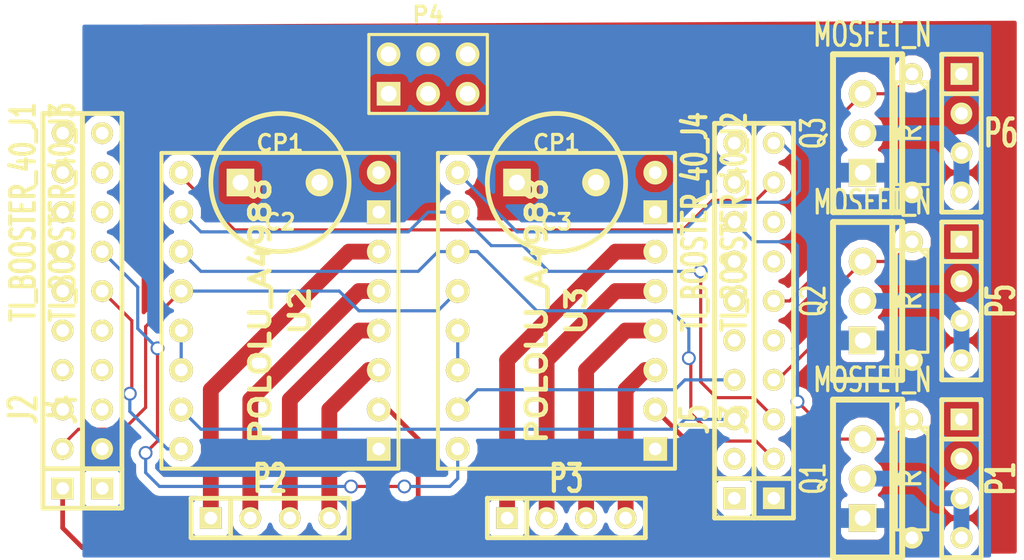
<source format=kicad_pcb>
(kicad_pcb (version 3) (host pcbnew "(2012-nov-02)-testing")

  (general
    (links 55)
    (no_connects 0)
    (area 190.34633 21.336 255.893711 57.365901)
    (thickness 1.6)
    (drawings 0)
    (tracks 199)
    (zones 0)
    (modules 20)
    (nets 29)
  )

  (page A3)
  (layers
    (15 F.Cu signal)
    (0 B.Cu signal)
    (16 B.Adhes user)
    (17 F.Adhes user)
    (18 B.Paste user)
    (19 F.Paste user)
    (20 B.SilkS user)
    (21 F.SilkS user)
    (22 B.Mask user)
    (23 F.Mask user)
    (24 Dwgs.User user)
    (25 Cmts.User user)
    (26 Eco1.User user)
    (27 Eco2.User user)
    (28 Edge.Cuts user)
  )

  (setup
    (last_trace_width 0.1524)
    (user_trace_width 0.1524)
    (user_trace_width 0.2032)
    (user_trace_width 0.254)
    (user_trace_width 0.3048)
    (user_trace_width 0.381)
    (user_trace_width 0.508)
    (user_trace_width 0.762)
    (user_trace_width 1.016)
    (user_trace_width 1.27)
    (user_trace_width 1.905)
    (user_trace_width 2.54)
    (trace_clearance 0.1524)
    (zone_clearance 0.508)
    (zone_45_only no)
    (trace_min 0.1524)
    (segment_width 0.2)
    (edge_width 0.15)
    (via_size 0.889)
    (via_drill 0.635)
    (via_min_size 0.889)
    (via_min_drill 0.508)
    (uvia_size 0.508)
    (uvia_drill 0.127)
    (uvias_allowed no)
    (uvia_min_size 0.508)
    (uvia_min_drill 0.127)
    (pcb_text_width 0.3)
    (pcb_text_size 1 1)
    (mod_edge_width 0.15)
    (mod_text_size 1 1)
    (mod_text_width 0.15)
    (pad_size 1 1)
    (pad_drill 0.6)
    (pad_to_mask_clearance 0)
    (aux_axis_origin 0 0)
    (visible_elements FFFFFFBF)
    (pcbplotparams
      (layerselection 15761409)
      (usegerberextensions true)
      (excludeedgelayer true)
      (linewidth 152400)
      (plotframeref false)
      (viasonmask false)
      (mode 1)
      (useauxorigin false)
      (hpglpennumber 1)
      (hpglpenspeed 20)
      (hpglpendiameter 15)
      (hpglpenoverlay 2)
      (psnegative false)
      (psa4output false)
      (plotreference true)
      (plotvalue true)
      (plotothertext true)
      (plotinvisibletext false)
      (padsonsilk false)
      (subtractmaskfromsilk false)
      (outputformat 1)
      (mirror false)
      (drillshape 0)
      (scaleselection 1)
      (outputdirectory gerb2/))
  )

  (net 0 "")
  (net 1 +24V)
  (net 2 /BHEAT)
  (net 3 /E1DIR)
  (net 4 /E1EN)
  (net 5 /E1HEAT)
  (net 6 /E1STEP)
  (net 7 /E2DIR)
  (net 8 /E2EN)
  (net 9 /E2HEAT)
  (net 10 /E2STEP)
  (net 11 /EMS1)
  (net 12 /EMS2)
  (net 13 /EMS3)
  (net 14 GND)
  (net 15 N-0000016)
  (net 16 N-0000017)
  (net 17 N-0000028)
  (net 18 N-0000029)
  (net 19 N-0000030)
  (net 20 N-0000031)
  (net 21 N-0000032)
  (net 22 N-0000033)
  (net 23 N-0000045)
  (net 24 N-0000046)
  (net 25 N-0000048)
  (net 26 N-0000051)
  (net 27 N-0000052)
  (net 28 VCC)

  (net_class Default "This is the default net class."
    (clearance 0.1524)
    (trace_width 0.1524)
    (via_dia 0.889)
    (via_drill 0.635)
    (uvia_dia 0.508)
    (uvia_drill 0.127)
    (add_net "")
    (add_net +24V)
    (add_net /BHEAT)
    (add_net /E1DIR)
    (add_net /E1EN)
    (add_net /E1HEAT)
    (add_net /E1STEP)
    (add_net /E2DIR)
    (add_net /E2EN)
    (add_net /E2HEAT)
    (add_net /E2STEP)
    (add_net /EMS1)
    (add_net /EMS2)
    (add_net /EMS3)
    (add_net GND)
    (add_net N-0000016)
    (add_net N-0000017)
    (add_net N-0000028)
    (add_net N-0000029)
    (add_net N-0000030)
    (add_net N-0000031)
    (add_net N-0000032)
    (add_net N-0000033)
    (add_net N-0000045)
    (add_net N-0000046)
    (add_net N-0000048)
    (add_net N-0000051)
    (add_net N-0000052)
    (add_net VCC)
  )

  (module SIL-4 (layer F.Cu) (tedit 50D80F3A) (tstamp 50D8132D)
    (at 251.841 29.718 270)
    (descr "Connecteur 4 pibs")
    (tags "CONN DEV")
    (path /50D81573)
    (fp_text reference P6 (at 0 -2.54 360) (layer F.SilkS)
      (effects (font (size 1.73482 1.08712) (thickness 0.3048)))
    )
    (fp_text value CONN_4 (at 0 -2.54 270) (layer F.SilkS) hide
      (effects (font (size 1.524 1.016) (thickness 0.3048)))
    )
    (fp_line (start -5.08 -1.27) (end -5.08 -1.27) (layer F.SilkS) (width 0.3048))
    (fp_line (start -5.08 1.27) (end -5.08 -1.27) (layer F.SilkS) (width 0.3048))
    (fp_line (start -5.08 -1.27) (end -5.08 -1.27) (layer F.SilkS) (width 0.3048))
    (fp_line (start -5.08 -1.27) (end 5.08 -1.27) (layer F.SilkS) (width 0.3048))
    (fp_line (start 5.08 -1.27) (end 5.08 1.27) (layer F.SilkS) (width 0.3048))
    (fp_line (start 5.08 1.27) (end -5.08 1.27) (layer F.SilkS) (width 0.3048))
    (fp_line (start -2.54 1.27) (end -2.54 -1.27) (layer F.SilkS) (width 0.3048))
    (pad 1 thru_hole rect (at -3.81 0 270) (size 1.397 1.397) (drill 0.8128)
      (layers *.Cu *.Mask F.SilkS)
      (net 1 +24V)
    )
    (pad 2 thru_hole circle (at -1.27 0 270) (size 1.397 1.397) (drill 0.8128)
      (layers *.Cu *.Mask F.SilkS)
      (net 1 +24V)
    )
    (pad 3 thru_hole circle (at 1.27 0 270) (size 1.397 1.397) (drill 0.8128)
      (layers *.Cu *.Mask F.SilkS)
      (net 22 N-0000033)
    )
    (pad 4 thru_hole circle (at 3.81 0 270) (size 1.397 1.397) (drill 0.8128)
      (layers *.Cu *.Mask F.SilkS)
      (net 22 N-0000033)
    )
  )

  (module SIL-4 (layer F.Cu) (tedit 200000) (tstamp 50D80EE8)
    (at 251.841 40.513 270)
    (descr "Connecteur 4 pibs")
    (tags "CONN DEV")
    (path /50D81548)
    (fp_text reference P5 (at 0 -2.54 270) (layer F.SilkS)
      (effects (font (size 1.73482 1.08712) (thickness 0.3048)))
    )
    (fp_text value CONN_4 (at 0 -2.54 270) (layer F.SilkS) hide
      (effects (font (size 1.524 1.016) (thickness 0.3048)))
    )
    (fp_line (start -5.08 -1.27) (end -5.08 -1.27) (layer F.SilkS) (width 0.3048))
    (fp_line (start -5.08 1.27) (end -5.08 -1.27) (layer F.SilkS) (width 0.3048))
    (fp_line (start -5.08 -1.27) (end -5.08 -1.27) (layer F.SilkS) (width 0.3048))
    (fp_line (start -5.08 -1.27) (end 5.08 -1.27) (layer F.SilkS) (width 0.3048))
    (fp_line (start 5.08 -1.27) (end 5.08 1.27) (layer F.SilkS) (width 0.3048))
    (fp_line (start 5.08 1.27) (end -5.08 1.27) (layer F.SilkS) (width 0.3048))
    (fp_line (start -2.54 1.27) (end -2.54 -1.27) (layer F.SilkS) (width 0.3048))
    (pad 1 thru_hole rect (at -3.81 0 270) (size 1.397 1.397) (drill 0.8128)
      (layers *.Cu *.Mask F.SilkS)
      (net 1 +24V)
    )
    (pad 2 thru_hole circle (at -1.27 0 270) (size 1.397 1.397) (drill 0.8128)
      (layers *.Cu *.Mask F.SilkS)
      (net 1 +24V)
    )
    (pad 3 thru_hole circle (at 1.27 0 270) (size 1.397 1.397) (drill 0.8128)
      (layers *.Cu *.Mask F.SilkS)
      (net 21 N-0000032)
    )
    (pad 4 thru_hole circle (at 3.81 0 270) (size 1.397 1.397) (drill 0.8128)
      (layers *.Cu *.Mask F.SilkS)
      (net 21 N-0000032)
    )
  )

  (module SIL-4 (layer F.Cu) (tedit 200000) (tstamp 50D80EF7)
    (at 226.441 54.483)
    (descr "Connecteur 4 pibs")
    (tags "CONN DEV")
    (path /50D61D93)
    (fp_text reference P3 (at 0 -2.54) (layer F.SilkS)
      (effects (font (size 1.73482 1.08712) (thickness 0.3048)))
    )
    (fp_text value CONN_4 (at 0 -2.54) (layer F.SilkS) hide
      (effects (font (size 1.524 1.016) (thickness 0.3048)))
    )
    (fp_line (start -5.08 -1.27) (end -5.08 -1.27) (layer F.SilkS) (width 0.3048))
    (fp_line (start -5.08 1.27) (end -5.08 -1.27) (layer F.SilkS) (width 0.3048))
    (fp_line (start -5.08 -1.27) (end -5.08 -1.27) (layer F.SilkS) (width 0.3048))
    (fp_line (start -5.08 -1.27) (end 5.08 -1.27) (layer F.SilkS) (width 0.3048))
    (fp_line (start 5.08 -1.27) (end 5.08 1.27) (layer F.SilkS) (width 0.3048))
    (fp_line (start 5.08 1.27) (end -5.08 1.27) (layer F.SilkS) (width 0.3048))
    (fp_line (start -2.54 1.27) (end -2.54 -1.27) (layer F.SilkS) (width 0.3048))
    (pad 1 thru_hole rect (at -3.81 0) (size 1.397 1.397) (drill 0.8128)
      (layers *.Cu *.Mask F.SilkS)
      (net 16 N-0000017)
    )
    (pad 2 thru_hole circle (at -1.27 0) (size 1.397 1.397) (drill 0.8128)
      (layers *.Cu *.Mask F.SilkS)
      (net 23 N-0000045)
    )
    (pad 3 thru_hole circle (at 1.27 0) (size 1.397 1.397) (drill 0.8128)
      (layers *.Cu *.Mask F.SilkS)
      (net 27 N-0000052)
    )
    (pad 4 thru_hole circle (at 3.81 0) (size 1.397 1.397) (drill 0.8128)
      (layers *.Cu *.Mask F.SilkS)
      (net 26 N-0000051)
    )
  )

  (module SIL-4 (layer F.Cu) (tedit 200000) (tstamp 50D80F06)
    (at 207.391 54.483)
    (descr "Connecteur 4 pibs")
    (tags "CONN DEV")
    (path /50D61E89)
    (fp_text reference P2 (at 0 -2.54) (layer F.SilkS)
      (effects (font (size 1.73482 1.08712) (thickness 0.3048)))
    )
    (fp_text value CONN_4 (at 0 -2.54) (layer F.SilkS) hide
      (effects (font (size 1.524 1.016) (thickness 0.3048)))
    )
    (fp_line (start -5.08 -1.27) (end -5.08 -1.27) (layer F.SilkS) (width 0.3048))
    (fp_line (start -5.08 1.27) (end -5.08 -1.27) (layer F.SilkS) (width 0.3048))
    (fp_line (start -5.08 -1.27) (end -5.08 -1.27) (layer F.SilkS) (width 0.3048))
    (fp_line (start -5.08 -1.27) (end 5.08 -1.27) (layer F.SilkS) (width 0.3048))
    (fp_line (start 5.08 -1.27) (end 5.08 1.27) (layer F.SilkS) (width 0.3048))
    (fp_line (start 5.08 1.27) (end -5.08 1.27) (layer F.SilkS) (width 0.3048))
    (fp_line (start -2.54 1.27) (end -2.54 -1.27) (layer F.SilkS) (width 0.3048))
    (pad 1 thru_hole rect (at -3.81 0) (size 1.397 1.397) (drill 0.8128)
      (layers *.Cu *.Mask F.SilkS)
      (net 17 N-0000028)
    )
    (pad 2 thru_hole circle (at -1.27 0) (size 1.397 1.397) (drill 0.8128)
      (layers *.Cu *.Mask F.SilkS)
      (net 18 N-0000029)
    )
    (pad 3 thru_hole circle (at 1.27 0) (size 1.397 1.397) (drill 0.8128)
      (layers *.Cu *.Mask F.SilkS)
      (net 19 N-0000030)
    )
    (pad 4 thru_hole circle (at 3.81 0) (size 1.397 1.397) (drill 0.8128)
      (layers *.Cu *.Mask F.SilkS)
      (net 20 N-0000031)
    )
  )

  (module SIL-4 (layer F.Cu) (tedit 200000) (tstamp 50D80F15)
    (at 251.841 51.943 270)
    (descr "Connecteur 4 pibs")
    (tags "CONN DEV")
    (path /50D812F6)
    (fp_text reference P1 (at 0 -2.54 270) (layer F.SilkS)
      (effects (font (size 1.73482 1.08712) (thickness 0.3048)))
    )
    (fp_text value CONN_4 (at 0 -2.54 270) (layer F.SilkS) hide
      (effects (font (size 1.524 1.016) (thickness 0.3048)))
    )
    (fp_line (start -5.08 -1.27) (end -5.08 -1.27) (layer F.SilkS) (width 0.3048))
    (fp_line (start -5.08 1.27) (end -5.08 -1.27) (layer F.SilkS) (width 0.3048))
    (fp_line (start -5.08 -1.27) (end -5.08 -1.27) (layer F.SilkS) (width 0.3048))
    (fp_line (start -5.08 -1.27) (end 5.08 -1.27) (layer F.SilkS) (width 0.3048))
    (fp_line (start 5.08 -1.27) (end 5.08 1.27) (layer F.SilkS) (width 0.3048))
    (fp_line (start 5.08 1.27) (end -5.08 1.27) (layer F.SilkS) (width 0.3048))
    (fp_line (start -2.54 1.27) (end -2.54 -1.27) (layer F.SilkS) (width 0.3048))
    (pad 1 thru_hole rect (at -3.81 0 270) (size 1.397 1.397) (drill 0.8128)
      (layers *.Cu *.Mask F.SilkS)
      (net 1 +24V)
    )
    (pad 2 thru_hole circle (at -1.27 0 270) (size 1.397 1.397) (drill 0.8128)
      (layers *.Cu *.Mask F.SilkS)
      (net 1 +24V)
    )
    (pad 3 thru_hole circle (at 1.27 0 270) (size 1.397 1.397) (drill 0.8128)
      (layers *.Cu *.Mask F.SilkS)
      (net 24 N-0000046)
    )
    (pad 4 thru_hole circle (at 3.81 0 270) (size 1.397 1.397) (drill 0.8128)
      (layers *.Cu *.Mask F.SilkS)
      (net 24 N-0000046)
    )
  )

  (module SIL-10 (layer F.Cu) (tedit 200000) (tstamp 50D80F28)
    (at 194.056 41.148 90)
    (descr "Connecteur 10 pins")
    (tags "CONN DEV")
    (path /5080DB5C)
    (fp_text reference J2 (at -6.35 -2.54 90) (layer F.SilkS)
      (effects (font (size 1.72974 1.08712) (thickness 0.3048)))
    )
    (fp_text value TI_BOOSTER_40_J1 (at 6.35 -2.54 90) (layer F.SilkS)
      (effects (font (size 1.524 1.016) (thickness 0.3048)))
    )
    (fp_line (start -12.7 1.27) (end -12.7 -1.27) (layer F.SilkS) (width 0.3048))
    (fp_line (start -12.7 -1.27) (end 12.7 -1.27) (layer F.SilkS) (width 0.3048))
    (fp_line (start 12.7 -1.27) (end 12.7 1.27) (layer F.SilkS) (width 0.3048))
    (fp_line (start 12.7 1.27) (end -12.7 1.27) (layer F.SilkS) (width 0.3048))
    (fp_line (start -10.16 1.27) (end -10.16 -1.27) (layer F.SilkS) (width 0.3048))
    (pad 1 thru_hole rect (at -11.43 0 90) (size 1.397 1.397) (drill 0.8128)
      (layers *.Cu *.Mask F.SilkS)
      (net 28 VCC)
    )
    (pad 2 thru_hole circle (at -8.89 0 90) (size 1.397 1.397) (drill 0.8128)
      (layers *.Cu *.Mask F.SilkS)
      (net 11 /EMS1)
    )
    (pad 3 thru_hole circle (at -6.35 0 90) (size 1.397 1.397) (drill 0.8128)
      (layers *.Cu *.Mask F.SilkS)
    )
    (pad 4 thru_hole circle (at -3.81 0 90) (size 1.397 1.397) (drill 0.8128)
      (layers *.Cu *.Mask F.SilkS)
    )
    (pad 5 thru_hole circle (at -1.27 0 90) (size 1.397 1.397) (drill 0.8128)
      (layers *.Cu *.Mask F.SilkS)
    )
    (pad 6 thru_hole circle (at 1.27 0 90) (size 1.397 1.397) (drill 0.8128)
      (layers *.Cu *.Mask F.SilkS)
    )
    (pad 7 thru_hole circle (at 3.81 0 90) (size 1.397 1.397) (drill 0.8128)
      (layers *.Cu *.Mask F.SilkS)
    )
    (pad 8 thru_hole circle (at 6.35 0 90) (size 1.397 1.397) (drill 0.8128)
      (layers *.Cu *.Mask F.SilkS)
    )
    (pad 9 thru_hole circle (at 8.89 0 90) (size 1.397 1.397) (drill 0.8128)
      (layers *.Cu *.Mask F.SilkS)
    )
    (pad 10 thru_hole circle (at 11.43 0 90) (size 1.397 1.397) (drill 0.8128)
      (layers *.Cu *.Mask F.SilkS)
    )
  )

  (module SIL-10 (layer F.Cu) (tedit 200000) (tstamp 50D80F3B)
    (at 237.236 41.783 90)
    (descr "Connecteur 10 pins")
    (tags "CONN DEV")
    (path /5080DC12)
    (fp_text reference J5 (at -6.35 -2.54 90) (layer F.SilkS)
      (effects (font (size 1.72974 1.08712) (thickness 0.3048)))
    )
    (fp_text value TI_BOOSTER_40_J4 (at 6.35 -2.54 90) (layer F.SilkS)
      (effects (font (size 1.524 1.016) (thickness 0.3048)))
    )
    (fp_line (start -12.7 1.27) (end -12.7 -1.27) (layer F.SilkS) (width 0.3048))
    (fp_line (start -12.7 -1.27) (end 12.7 -1.27) (layer F.SilkS) (width 0.3048))
    (fp_line (start 12.7 -1.27) (end 12.7 1.27) (layer F.SilkS) (width 0.3048))
    (fp_line (start 12.7 1.27) (end -12.7 1.27) (layer F.SilkS) (width 0.3048))
    (fp_line (start -10.16 1.27) (end -10.16 -1.27) (layer F.SilkS) (width 0.3048))
    (pad 1 thru_hole rect (at -11.43 0 90) (size 1.397 1.397) (drill 0.8128)
      (layers *.Cu *.Mask F.SilkS)
    )
    (pad 2 thru_hole circle (at -8.89 0 90) (size 1.397 1.397) (drill 0.8128)
      (layers *.Cu *.Mask F.SilkS)
    )
    (pad 3 thru_hole circle (at -6.35 0 90) (size 1.397 1.397) (drill 0.8128)
      (layers *.Cu *.Mask F.SilkS)
      (net 6 /E1STEP)
    )
    (pad 4 thru_hole circle (at -3.81 0 90) (size 1.397 1.397) (drill 0.8128)
      (layers *.Cu *.Mask F.SilkS)
      (net 10 /E2STEP)
    )
    (pad 5 thru_hole circle (at -1.27 0 90) (size 1.397 1.397) (drill 0.8128)
      (layers *.Cu *.Mask F.SilkS)
    )
    (pad 6 thru_hole circle (at 1.27 0 90) (size 1.397 1.397) (drill 0.8128)
      (layers *.Cu *.Mask F.SilkS)
    )
    (pad 7 thru_hole circle (at 3.81 0 90) (size 1.397 1.397) (drill 0.8128)
      (layers *.Cu *.Mask F.SilkS)
    )
    (pad 8 thru_hole circle (at 6.35 0 90) (size 1.397 1.397) (drill 0.8128)
      (layers *.Cu *.Mask F.SilkS)
      (net 2 /BHEAT)
    )
    (pad 9 thru_hole circle (at 8.89 0 90) (size 1.397 1.397) (drill 0.8128)
      (layers *.Cu *.Mask F.SilkS)
    )
    (pad 10 thru_hole circle (at 11.43 0 90) (size 1.397 1.397) (drill 0.8128)
      (layers *.Cu *.Mask F.SilkS)
    )
  )

  (module SIL-10 (layer F.Cu) (tedit 200000) (tstamp 50D80F4E)
    (at 196.596 41.148 90)
    (descr "Connecteur 10 pins")
    (tags "CONN DEV")
    (path /5080DC03)
    (fp_text reference J4 (at -6.35 -2.54 90) (layer F.SilkS)
      (effects (font (size 1.72974 1.08712) (thickness 0.3048)))
    )
    (fp_text value TI_BOOSTER_40_J3 (at 6.35 -2.54 90) (layer F.SilkS)
      (effects (font (size 1.524 1.016) (thickness 0.3048)))
    )
    (fp_line (start -12.7 1.27) (end -12.7 -1.27) (layer F.SilkS) (width 0.3048))
    (fp_line (start -12.7 -1.27) (end 12.7 -1.27) (layer F.SilkS) (width 0.3048))
    (fp_line (start 12.7 -1.27) (end 12.7 1.27) (layer F.SilkS) (width 0.3048))
    (fp_line (start 12.7 1.27) (end -12.7 1.27) (layer F.SilkS) (width 0.3048))
    (fp_line (start -10.16 1.27) (end -10.16 -1.27) (layer F.SilkS) (width 0.3048))
    (pad 1 thru_hole rect (at -11.43 0 90) (size 1.397 1.397) (drill 0.8128)
      (layers *.Cu *.Mask F.SilkS)
    )
    (pad 2 thru_hole circle (at -8.89 0 90) (size 1.397 1.397) (drill 0.8128)
      (layers *.Cu *.Mask F.SilkS)
      (net 14 GND)
    )
    (pad 3 thru_hole circle (at -6.35 0 90) (size 1.397 1.397) (drill 0.8128)
      (layers *.Cu *.Mask F.SilkS)
    )
    (pad 4 thru_hole circle (at -3.81 0 90) (size 1.397 1.397) (drill 0.8128)
      (layers *.Cu *.Mask F.SilkS)
    )
    (pad 5 thru_hole circle (at -1.27 0 90) (size 1.397 1.397) (drill 0.8128)
      (layers *.Cu *.Mask F.SilkS)
    )
    (pad 6 thru_hole circle (at 1.27 0 90) (size 1.397 1.397) (drill 0.8128)
      (layers *.Cu *.Mask F.SilkS)
      (net 3 /E1DIR)
    )
    (pad 7 thru_hole circle (at 3.81 0 90) (size 1.397 1.397) (drill 0.8128)
      (layers *.Cu *.Mask F.SilkS)
      (net 7 /E2DIR)
    )
    (pad 8 thru_hole circle (at 6.35 0 90) (size 1.397 1.397) (drill 0.8128)
      (layers *.Cu *.Mask F.SilkS)
    )
    (pad 9 thru_hole circle (at 8.89 0 90) (size 1.397 1.397) (drill 0.8128)
      (layers *.Cu *.Mask F.SilkS)
    )
    (pad 10 thru_hole circle (at 11.43 0 90) (size 1.397 1.397) (drill 0.8128)
      (layers *.Cu *.Mask F.SilkS)
    )
  )

  (module SIL-10 (layer F.Cu) (tedit 200000) (tstamp 50D80F61)
    (at 239.776 41.783 90)
    (descr "Connecteur 10 pins")
    (tags "CONN DEV")
    (path /5080DBF4)
    (fp_text reference J3 (at -6.35 -2.54 90) (layer F.SilkS)
      (effects (font (size 1.72974 1.08712) (thickness 0.3048)))
    )
    (fp_text value TI_BOOSTER_40_J2 (at 6.35 -2.54 90) (layer F.SilkS)
      (effects (font (size 1.524 1.016) (thickness 0.3048)))
    )
    (fp_line (start -12.7 1.27) (end -12.7 -1.27) (layer F.SilkS) (width 0.3048))
    (fp_line (start -12.7 -1.27) (end 12.7 -1.27) (layer F.SilkS) (width 0.3048))
    (fp_line (start 12.7 -1.27) (end 12.7 1.27) (layer F.SilkS) (width 0.3048))
    (fp_line (start 12.7 1.27) (end -12.7 1.27) (layer F.SilkS) (width 0.3048))
    (fp_line (start -10.16 1.27) (end -10.16 -1.27) (layer F.SilkS) (width 0.3048))
    (pad 1 thru_hole rect (at -11.43 0 90) (size 1.397 1.397) (drill 0.8128)
      (layers *.Cu *.Mask F.SilkS)
      (net 14 GND)
    )
    (pad 2 thru_hole circle (at -8.89 0 90) (size 1.397 1.397) (drill 0.8128)
      (layers *.Cu *.Mask F.SilkS)
      (net 12 /EMS2)
    )
    (pad 3 thru_hole circle (at -6.35 0 90) (size 1.397 1.397) (drill 0.8128)
      (layers *.Cu *.Mask F.SilkS)
      (net 13 /EMS3)
    )
    (pad 4 thru_hole circle (at -3.81 0 90) (size 1.397 1.397) (drill 0.8128)
      (layers *.Cu *.Mask F.SilkS)
      (net 5 /E1HEAT)
    )
    (pad 5 thru_hole circle (at -1.27 0 90) (size 1.397 1.397) (drill 0.8128)
      (layers *.Cu *.Mask F.SilkS)
    )
    (pad 6 thru_hole circle (at 1.27 0 90) (size 1.397 1.397) (drill 0.8128)
      (layers *.Cu *.Mask F.SilkS)
      (net 9 /E2HEAT)
    )
    (pad 7 thru_hole circle (at 3.81 0 90) (size 1.397 1.397) (drill 0.8128)
      (layers *.Cu *.Mask F.SilkS)
    )
    (pad 8 thru_hole circle (at 6.35 0 90) (size 1.397 1.397) (drill 0.8128)
      (layers *.Cu *.Mask F.SilkS)
    )
    (pad 9 thru_hole circle (at 8.89 0 90) (size 1.397 1.397) (drill 0.8128)
      (layers *.Cu *.Mask F.SilkS)
      (net 4 /E1EN)
    )
    (pad 10 thru_hole circle (at 11.43 0 90) (size 1.397 1.397) (drill 0.8128)
      (layers *.Cu *.Mask F.SilkS)
      (net 8 /E2EN)
    )
  )

  (module R3 (layer F.Cu) (tedit 4E4C0E65) (tstamp 50D80F6F)
    (at 248.666 51.943 270)
    (descr "Resitance 3 pas")
    (tags R)
    (path /50D810B3)
    (autoplace_cost180 10)
    (fp_text reference R1 (at 0 0.127 270) (layer F.SilkS) hide
      (effects (font (size 1.397 1.27) (thickness 0.2032)))
    )
    (fp_text value R (at 0 0.127 270) (layer F.SilkS)
      (effects (font (size 1.397 1.27) (thickness 0.2032)))
    )
    (fp_line (start -3.81 0) (end -3.302 0) (layer F.SilkS) (width 0.2032))
    (fp_line (start 3.81 0) (end 3.302 0) (layer F.SilkS) (width 0.2032))
    (fp_line (start 3.302 0) (end 3.302 -1.016) (layer F.SilkS) (width 0.2032))
    (fp_line (start 3.302 -1.016) (end -3.302 -1.016) (layer F.SilkS) (width 0.2032))
    (fp_line (start -3.302 -1.016) (end -3.302 1.016) (layer F.SilkS) (width 0.2032))
    (fp_line (start -3.302 1.016) (end 3.302 1.016) (layer F.SilkS) (width 0.2032))
    (fp_line (start 3.302 1.016) (end 3.302 0) (layer F.SilkS) (width 0.2032))
    (fp_line (start -3.302 -0.508) (end -2.794 -1.016) (layer F.SilkS) (width 0.2032))
    (pad 1 thru_hole circle (at -3.81 0 270) (size 1.397 1.397) (drill 0.8128)
      (layers *.Cu *.Mask F.SilkS)
      (net 2 /BHEAT)
    )
    (pad 2 thru_hole circle (at 3.81 0 270) (size 1.397 1.397) (drill 0.8128)
      (layers *.Cu *.Mask F.SilkS)
      (net 14 GND)
    )
    (model discret/resistor.wrl
      (at (xyz 0 0 0))
      (scale (xyz 0.3 0.3 0.3))
      (rotate (xyz 0 0 0))
    )
  )

  (module R3 (layer F.Cu) (tedit 4E4C0E65) (tstamp 50D80F7D)
    (at 248.666 40.513 270)
    (descr "Resitance 3 pas")
    (tags R)
    (path /50D8153B)
    (autoplace_cost180 10)
    (fp_text reference R2 (at 0 0.127 270) (layer F.SilkS) hide
      (effects (font (size 1.397 1.27) (thickness 0.2032)))
    )
    (fp_text value R (at 0 0.127 270) (layer F.SilkS)
      (effects (font (size 1.397 1.27) (thickness 0.2032)))
    )
    (fp_line (start -3.81 0) (end -3.302 0) (layer F.SilkS) (width 0.2032))
    (fp_line (start 3.81 0) (end 3.302 0) (layer F.SilkS) (width 0.2032))
    (fp_line (start 3.302 0) (end 3.302 -1.016) (layer F.SilkS) (width 0.2032))
    (fp_line (start 3.302 -1.016) (end -3.302 -1.016) (layer F.SilkS) (width 0.2032))
    (fp_line (start -3.302 -1.016) (end -3.302 1.016) (layer F.SilkS) (width 0.2032))
    (fp_line (start -3.302 1.016) (end 3.302 1.016) (layer F.SilkS) (width 0.2032))
    (fp_line (start 3.302 1.016) (end 3.302 0) (layer F.SilkS) (width 0.2032))
    (fp_line (start -3.302 -0.508) (end -2.794 -1.016) (layer F.SilkS) (width 0.2032))
    (pad 1 thru_hole circle (at -3.81 0 270) (size 1.397 1.397) (drill 0.8128)
      (layers *.Cu *.Mask F.SilkS)
      (net 5 /E1HEAT)
    )
    (pad 2 thru_hole circle (at 3.81 0 270) (size 1.397 1.397) (drill 0.8128)
      (layers *.Cu *.Mask F.SilkS)
      (net 14 GND)
    )
    (model discret/resistor.wrl
      (at (xyz 0 0 0))
      (scale (xyz 0.3 0.3 0.3))
      (rotate (xyz 0 0 0))
    )
  )

  (module R3 (layer F.Cu) (tedit 4E4C0E65) (tstamp 50D80F8B)
    (at 248.666 29.718 270)
    (descr "Resitance 3 pas")
    (tags R)
    (path /50D81566)
    (autoplace_cost180 10)
    (fp_text reference R3 (at 0 0.127 270) (layer F.SilkS) hide
      (effects (font (size 1.397 1.27) (thickness 0.2032)))
    )
    (fp_text value R (at 0 0.127 270) (layer F.SilkS)
      (effects (font (size 1.397 1.27) (thickness 0.2032)))
    )
    (fp_line (start -3.81 0) (end -3.302 0) (layer F.SilkS) (width 0.2032))
    (fp_line (start 3.81 0) (end 3.302 0) (layer F.SilkS) (width 0.2032))
    (fp_line (start 3.302 0) (end 3.302 -1.016) (layer F.SilkS) (width 0.2032))
    (fp_line (start 3.302 -1.016) (end -3.302 -1.016) (layer F.SilkS) (width 0.2032))
    (fp_line (start -3.302 -1.016) (end -3.302 1.016) (layer F.SilkS) (width 0.2032))
    (fp_line (start -3.302 1.016) (end 3.302 1.016) (layer F.SilkS) (width 0.2032))
    (fp_line (start 3.302 1.016) (end 3.302 0) (layer F.SilkS) (width 0.2032))
    (fp_line (start -3.302 -0.508) (end -2.794 -1.016) (layer F.SilkS) (width 0.2032))
    (pad 1 thru_hole circle (at -3.81 0 270) (size 1.397 1.397) (drill 0.8128)
      (layers *.Cu *.Mask F.SilkS)
      (net 9 /E2HEAT)
    )
    (pad 2 thru_hole circle (at 3.81 0 270) (size 1.397 1.397) (drill 0.8128)
      (layers *.Cu *.Mask F.SilkS)
      (net 14 GND)
    )
    (model discret/resistor.wrl
      (at (xyz 0 0 0))
      (scale (xyz 0.3 0.3 0.3))
      (rotate (xyz 0 0 0))
    )
  )

  (module pin_array_3x2 (layer F.Cu) (tedit 42931587) (tstamp 50D80F99)
    (at 217.551 25.908)
    (descr "Double rangee de contacts 2 x 4 pins")
    (tags CONN)
    (path /50D649C2)
    (fp_text reference P4 (at 0 -3.81) (layer F.SilkS)
      (effects (font (size 1.016 1.016) (thickness 0.2032)))
    )
    (fp_text value CONN_3X2 (at 0 3.81) (layer F.SilkS) hide
      (effects (font (size 1.016 1.016) (thickness 0.2032)))
    )
    (fp_line (start 3.81 2.54) (end -3.81 2.54) (layer F.SilkS) (width 0.2032))
    (fp_line (start -3.81 -2.54) (end 3.81 -2.54) (layer F.SilkS) (width 0.2032))
    (fp_line (start 3.81 -2.54) (end 3.81 2.54) (layer F.SilkS) (width 0.2032))
    (fp_line (start -3.81 2.54) (end -3.81 -2.54) (layer F.SilkS) (width 0.2032))
    (pad 1 thru_hole rect (at -2.54 1.27) (size 1.524 1.524) (drill 1.016)
      (layers *.Cu *.Mask F.SilkS)
      (net 1 +24V)
    )
    (pad 2 thru_hole circle (at -2.54 -1.27) (size 1.524 1.524) (drill 1.016)
      (layers *.Cu *.Mask F.SilkS)
      (net 14 GND)
    )
    (pad 3 thru_hole circle (at 0 1.27) (size 1.524 1.524) (drill 1.016)
      (layers *.Cu *.Mask F.SilkS)
      (net 1 +24V)
    )
    (pad 4 thru_hole circle (at 0 -1.27) (size 1.524 1.524) (drill 1.016)
      (layers *.Cu *.Mask F.SilkS)
      (net 14 GND)
    )
    (pad 5 thru_hole circle (at 2.54 1.27) (size 1.524 1.524) (drill 1.016)
      (layers *.Cu *.Mask F.SilkS)
      (net 1 +24V)
    )
    (pad 6 thru_hole circle (at 2.54 -1.27) (size 1.524 1.524) (drill 1.016)
      (layers *.Cu *.Mask F.SilkS)
      (net 14 GND)
    )
    (model pin_array/pins_array_3x2.wrl
      (at (xyz 0 0 0))
      (scale (xyz 1 1 1))
      (rotate (xyz 0 0 0))
    )
  )

  (module C2V8 (layer F.Cu) (tedit 46544AA3) (tstamp 50D80FA0)
    (at 208.026 32.893)
    (descr "Condensateur polarise")
    (tags CP)
    (path /50D61E93)
    (fp_text reference C2 (at 0 2.54) (layer F.SilkS)
      (effects (font (size 1.016 1.016) (thickness 0.2032)))
    )
    (fp_text value CP1 (at 0 -2.54) (layer F.SilkS)
      (effects (font (size 1.016 1.016) (thickness 0.2032)))
    )
    (fp_circle (center 0 0) (end -4.445 0) (layer F.SilkS) (width 0.3048))
    (pad 1 thru_hole rect (at -2.54 0) (size 1.778 1.778) (drill 1.016)
      (layers *.Cu *.Mask F.SilkS)
      (net 1 +24V)
    )
    (pad 2 thru_hole circle (at 2.54 0) (size 1.778 1.778) (drill 1.016)
      (layers *.Cu *.Mask F.SilkS)
      (net 14 GND)
    )
    (model discret/c_vert_c2v10.wrl
      (at (xyz 0 0 0))
      (scale (xyz 1 1 1))
      (rotate (xyz 0 0 0))
    )
  )

  (module C2V8 (layer F.Cu) (tedit 46544AA3) (tstamp 50D80FA7)
    (at 225.806 32.893)
    (descr "Condensateur polarise")
    (tags CP)
    (path /50D61E13)
    (fp_text reference C3 (at 0 2.54) (layer F.SilkS)
      (effects (font (size 1.016 1.016) (thickness 0.2032)))
    )
    (fp_text value CP1 (at 0 -2.54) (layer F.SilkS)
      (effects (font (size 1.016 1.016) (thickness 0.2032)))
    )
    (fp_circle (center 0 0) (end -4.445 0) (layer F.SilkS) (width 0.3048))
    (pad 1 thru_hole rect (at -2.54 0) (size 1.778 1.778) (drill 1.016)
      (layers *.Cu *.Mask F.SilkS)
      (net 1 +24V)
    )
    (pad 2 thru_hole circle (at 2.54 0) (size 1.778 1.778) (drill 1.016)
      (layers *.Cu *.Mask F.SilkS)
      (net 14 GND)
    )
    (model discret/c_vert_c2v10.wrl
      (at (xyz 0 0 0))
      (scale (xyz 1 1 1))
      (rotate (xyz 0 0 0))
    )
  )

  (module SWDIP8_.6W (layer F.Cu) (tedit 4E885F3C) (tstamp 50D80FBF)
    (at 225.806 41.148 90)
    (path /50D58039)
    (fp_text reference U3 (at 0 1.27 90) (layer F.SilkS)
      (effects (font (size 1.27 1.524) (thickness 0.3048)))
    )
    (fp_text value POLOLU_A4988 (at 0 -1.27 90) (layer F.SilkS)
      (effects (font (size 1.27 1.524) (thickness 0.3048)))
    )
    (fp_line (start -10.16 -7.62) (end 10.16 -7.62) (layer F.SilkS) (width 0.254))
    (fp_line (start 10.16 -7.62) (end 10.16 7.62) (layer F.SilkS) (width 0.254))
    (fp_line (start 10.16 7.62) (end -10.16 7.62) (layer F.SilkS) (width 0.254))
    (fp_line (start -10.16 7.62) (end -10.16 -7.62) (layer F.SilkS) (width 0.254))
    (pad 1 thru_hole rect (at -8.89 6.35 90) (size 1.524 1.524) (drill 0.8128)
      (layers *.Cu *.Mask F.SilkS)
      (net 14 GND)
    )
    (pad 2 thru_hole circle (at -6.35 6.35 90) (size 1.524 1.524) (drill 0.8128)
      (layers *.Cu *.Mask F.SilkS)
      (net 28 VCC)
    )
    (pad 3 thru_hole circle (at -3.81 6.35 90) (size 1.524 1.524) (drill 0.8128)
      (layers *.Cu *.Mask F.SilkS)
      (net 26 N-0000051)
    )
    (pad 4 thru_hole circle (at -1.27 6.35 90) (size 1.524 1.524) (drill 0.8128)
      (layers *.Cu *.Mask F.SilkS)
      (net 27 N-0000052)
    )
    (pad 5 thru_hole circle (at 1.27 6.35 90) (size 1.524 1.524) (drill 0.8128)
      (layers *.Cu *.Mask F.SilkS)
      (net 23 N-0000045)
    )
    (pad 6 thru_hole circle (at 3.81 6.35 90) (size 1.524 1.524) (drill 0.8128)
      (layers *.Cu *.Mask F.SilkS)
      (net 16 N-0000017)
    )
    (pad 7 thru_hole rect (at 6.35 6.35 90) (size 1.524 1.524) (drill 0.8128)
      (layers *.Cu *.Mask F.SilkS)
      (net 14 GND)
    )
    (pad 8 thru_hole circle (at 8.89 6.35 90) (size 1.524 1.524) (drill 0.8128)
      (layers *.Cu *.Mask F.SilkS)
      (net 1 +24V)
    )
    (pad 9 thru_hole circle (at 8.89 -6.35 90) (size 1.524 1.524) (drill 0.8128)
      (layers *.Cu *.Mask F.SilkS)
      (net 8 /E2EN)
    )
    (pad 10 thru_hole circle (at 6.35 -6.35 90) (size 1.524 1.524) (drill 0.8128)
      (layers *.Cu *.Mask F.SilkS)
      (net 13 /EMS3)
    )
    (pad 11 thru_hole circle (at 3.81 -6.35 90) (size 1.524 1.524) (drill 0.8128)
      (layers *.Cu *.Mask F.SilkS)
      (net 12 /EMS2)
    )
    (pad 12 thru_hole circle (at 1.27 -6.35 90) (size 1.524 1.524) (drill 0.8128)
      (layers *.Cu *.Mask F.SilkS)
      (net 11 /EMS1)
    )
    (pad 13 thru_hole circle (at -1.27 -6.35 90) (size 1.524 1.524) (drill 0.8128)
      (layers *.Cu *.Mask F.SilkS)
      (net 25 N-0000048)
    )
    (pad 14 thru_hole circle (at -3.81 -6.35 90) (size 1.524 1.524) (drill 0.8128)
      (layers *.Cu *.Mask F.SilkS)
      (net 25 N-0000048)
    )
    (pad 15 thru_hole circle (at -6.35 -6.35 90) (size 1.524 1.524) (drill 0.8128)
      (layers *.Cu *.Mask F.SilkS)
      (net 10 /E2STEP)
    )
    (pad 16 thru_hole circle (at -8.89 -6.35 90) (size 1.524 1.524) (drill 0.8128)
      (layers *.Cu *.Mask F.SilkS)
      (net 7 /E2DIR)
    )
  )

  (module SWDIP8_.6W (layer F.Cu) (tedit 4E885F3C) (tstamp 50D81577)
    (at 208.026 41.148 90)
    (path /50D61E5A)
    (fp_text reference U2 (at 0 1.27 90) (layer F.SilkS)
      (effects (font (size 1.27 1.524) (thickness 0.3048)))
    )
    (fp_text value POLOLU_A4988 (at 0 -1.27 90) (layer F.SilkS)
      (effects (font (size 1.27 1.524) (thickness 0.3048)))
    )
    (fp_line (start -10.16 -7.62) (end 10.16 -7.62) (layer F.SilkS) (width 0.254))
    (fp_line (start 10.16 -7.62) (end 10.16 7.62) (layer F.SilkS) (width 0.254))
    (fp_line (start 10.16 7.62) (end -10.16 7.62) (layer F.SilkS) (width 0.254))
    (fp_line (start -10.16 7.62) (end -10.16 -7.62) (layer F.SilkS) (width 0.254))
    (pad 1 thru_hole rect (at -8.89 6.35 90) (size 1.524 1.524) (drill 0.8128)
      (layers *.Cu *.Mask F.SilkS)
      (net 14 GND)
    )
    (pad 2 thru_hole circle (at -6.35 6.35 90) (size 1.524 1.524) (drill 0.8128)
      (layers *.Cu *.Mask F.SilkS)
      (net 28 VCC)
    )
    (pad 3 thru_hole circle (at -3.81 6.35 90) (size 1.524 1.524) (drill 0.8128)
      (layers *.Cu *.Mask F.SilkS)
      (net 20 N-0000031)
    )
    (pad 4 thru_hole circle (at -1.27 6.35 90) (size 1.524 1.524) (drill 0.8128)
      (layers *.Cu *.Mask F.SilkS)
      (net 19 N-0000030)
    )
    (pad 5 thru_hole circle (at 1.27 6.35 90) (size 1.524 1.524) (drill 0.8128)
      (layers *.Cu *.Mask F.SilkS)
      (net 18 N-0000029)
    )
    (pad 6 thru_hole circle (at 3.81 6.35 90) (size 1.524 1.524) (drill 0.8128)
      (layers *.Cu *.Mask F.SilkS)
      (net 17 N-0000028)
    )
    (pad 7 thru_hole rect (at 6.35 6.35 90) (size 1.524 1.524) (drill 0.8128)
      (layers *.Cu *.Mask F.SilkS)
      (net 14 GND)
    )
    (pad 8 thru_hole circle (at 8.89 6.35 90) (size 1.524 1.524) (drill 0.8128)
      (layers *.Cu *.Mask F.SilkS)
      (net 1 +24V)
    )
    (pad 9 thru_hole circle (at 8.89 -6.35 90) (size 1.524 1.524) (drill 0.8128)
      (layers *.Cu *.Mask F.SilkS)
      (net 4 /E1EN)
    )
    (pad 10 thru_hole circle (at 6.35 -6.35 90) (size 1.524 1.524) (drill 0.8128)
      (layers *.Cu *.Mask F.SilkS)
      (net 13 /EMS3)
    )
    (pad 11 thru_hole circle (at 3.81 -6.35 90) (size 1.524 1.524) (drill 0.8128)
      (layers *.Cu *.Mask F.SilkS)
      (net 12 /EMS2)
    )
    (pad 12 thru_hole circle (at 1.27 -6.35 90) (size 1.524 1.524) (drill 0.8128)
      (layers *.Cu *.Mask F.SilkS)
      (net 11 /EMS1)
    )
    (pad 13 thru_hole circle (at -1.27 -6.35 90) (size 1.524 1.524) (drill 0.8128)
      (layers *.Cu *.Mask F.SilkS)
      (net 15 N-0000016)
    )
    (pad 14 thru_hole circle (at -3.81 -6.35 90) (size 1.524 1.524) (drill 0.8128)
      (layers *.Cu *.Mask F.SilkS)
      (net 15 N-0000016)
    )
    (pad 15 thru_hole circle (at -6.35 -6.35 90) (size 1.524 1.524) (drill 0.8128)
      (layers *.Cu *.Mask F.SilkS)
      (net 6 /E1STEP)
    )
    (pad 16 thru_hole circle (at -8.89 -6.35 90) (size 1.524 1.524) (drill 0.8128)
      (layers *.Cu *.Mask F.SilkS)
      (net 3 /E1DIR)
    )
  )

  (module TO220_VERT (layer F.Cu) (tedit 43A66C96) (tstamp 50D80ECA)
    (at 245.491 51.943)
    (descr "Regulateur TO220 serie LM78xx")
    (tags "TR TO220")
    (path /50D8109E)
    (fp_text reference Q1 (at -3.175 0 90) (layer F.SilkS)
      (effects (font (size 1.524 1.016) (thickness 0.2032)))
    )
    (fp_text value MOSFET_N (at 0.635 -6.35) (layer F.SilkS)
      (effects (font (size 1.524 1.016) (thickness 0.2032)))
    )
    (fp_line (start 1.905 -5.08) (end 2.54 -5.08) (layer F.SilkS) (width 0.381))
    (fp_line (start 2.54 -5.08) (end 2.54 5.08) (layer F.SilkS) (width 0.381))
    (fp_line (start 2.54 5.08) (end 1.905 5.08) (layer F.SilkS) (width 0.381))
    (fp_line (start -1.905 -5.08) (end 1.905 -5.08) (layer F.SilkS) (width 0.381))
    (fp_line (start 1.905 -5.08) (end 1.905 5.08) (layer F.SilkS) (width 0.381))
    (fp_line (start 1.905 5.08) (end -1.905 5.08) (layer F.SilkS) (width 0.381))
    (fp_line (start -1.905 5.08) (end -1.905 -5.08) (layer F.SilkS) (width 0.381))
    (pad 2 thru_hole circle (at 0 -2.54) (size 1.778 1.778) (drill 1.016)
      (layers *.Cu *.Mask F.SilkS)
    )
    (pad 3 thru_hole circle (at 0 0) (size 1.778 1.778) (drill 1.016)
      (layers *.Cu *.Mask F.SilkS)
    )
    (pad 1 thru_hole rect (at 0 2.54) (size 1.778 1.778) (drill 1.016)
      (layers *.Cu *.Mask F.SilkS)
    )
  )

  (module TO220_VERT (layer F.Cu) (tedit 43A66C96) (tstamp 50D80EBA)
    (at 245.491 40.513)
    (descr "Regulateur TO220 serie LM78xx")
    (tags "TR TO220")
    (path /50D81527)
    (fp_text reference Q2 (at -3.175 0 90) (layer F.SilkS)
      (effects (font (size 1.524 1.016) (thickness 0.2032)))
    )
    (fp_text value MOSFET_N (at 0.635 -6.35) (layer F.SilkS)
      (effects (font (size 1.524 1.016) (thickness 0.2032)))
    )
    (fp_line (start 1.905 -5.08) (end 2.54 -5.08) (layer F.SilkS) (width 0.381))
    (fp_line (start 2.54 -5.08) (end 2.54 5.08) (layer F.SilkS) (width 0.381))
    (fp_line (start 2.54 5.08) (end 1.905 5.08) (layer F.SilkS) (width 0.381))
    (fp_line (start -1.905 -5.08) (end 1.905 -5.08) (layer F.SilkS) (width 0.381))
    (fp_line (start 1.905 -5.08) (end 1.905 5.08) (layer F.SilkS) (width 0.381))
    (fp_line (start 1.905 5.08) (end -1.905 5.08) (layer F.SilkS) (width 0.381))
    (fp_line (start -1.905 5.08) (end -1.905 -5.08) (layer F.SilkS) (width 0.381))
    (pad 2 thru_hole circle (at 0 -2.54) (size 1.778 1.778) (drill 1.016)
      (layers *.Cu *.Mask F.SilkS)
    )
    (pad 3 thru_hole circle (at 0 0) (size 1.778 1.778) (drill 1.016)
      (layers *.Cu *.Mask F.SilkS)
    )
    (pad 1 thru_hole rect (at 0 2.54) (size 1.778 1.778) (drill 1.016)
      (layers *.Cu *.Mask F.SilkS)
    )
  )

  (module TO220_VERT (layer F.Cu) (tedit 43A66C96) (tstamp 50D80EAA)
    (at 245.491 29.718)
    (descr "Regulateur TO220 serie LM78xx")
    (tags "TR TO220")
    (path /50D81552)
    (fp_text reference Q3 (at -3.175 0 90) (layer F.SilkS)
      (effects (font (size 1.524 1.016) (thickness 0.2032)))
    )
    (fp_text value MOSFET_N (at 0.635 -6.35) (layer F.SilkS)
      (effects (font (size 1.524 1.016) (thickness 0.2032)))
    )
    (fp_line (start 1.905 -5.08) (end 2.54 -5.08) (layer F.SilkS) (width 0.381))
    (fp_line (start 2.54 -5.08) (end 2.54 5.08) (layer F.SilkS) (width 0.381))
    (fp_line (start 2.54 5.08) (end 1.905 5.08) (layer F.SilkS) (width 0.381))
    (fp_line (start -1.905 -5.08) (end 1.905 -5.08) (layer F.SilkS) (width 0.381))
    (fp_line (start 1.905 -5.08) (end 1.905 5.08) (layer F.SilkS) (width 0.381))
    (fp_line (start 1.905 5.08) (end -1.905 5.08) (layer F.SilkS) (width 0.381))
    (fp_line (start -1.905 5.08) (end -1.905 -5.08) (layer F.SilkS) (width 0.381))
    (pad 2 thru_hole circle (at 0 -2.54) (size 1.778 1.778) (drill 1.016)
      (layers *.Cu *.Mask F.SilkS)
    )
    (pad 3 thru_hole circle (at 0 0) (size 1.778 1.778) (drill 1.016)
      (layers *.Cu *.Mask F.SilkS)
    )
    (pad 1 thru_hole rect (at 0 2.54) (size 1.778 1.778) (drill 1.016)
      (layers *.Cu *.Mask F.SilkS)
    )
  )

  (segment (start 220.091 27.178) (end 240.411 27.178) (width 1.27) (layer F.Cu) (net 1))
  (segment (start 249.936 24.003) (end 251.841 25.908) (width 1.27) (layer F.Cu) (net 1) (tstamp 50D81729))
  (segment (start 243.586 24.003) (end 249.936 24.003) (width 1.27) (layer F.Cu) (net 1) (tstamp 50D81727))
  (segment (start 240.411 27.178) (end 243.586 24.003) (width 1.27) (layer F.Cu) (net 1) (tstamp 50D81723))
  (segment (start 251.841 25.908) (end 251.841 28.448) (width 1.27) (layer F.Cu) (net 1))
  (segment (start 232.156 32.258) (end 231.521 32.258) (width 1.27) (layer F.Cu) (net 1))
  (segment (start 229.616 30.353) (end 223.266 30.353) (width 1.27) (layer F.Cu) (net 1) (tstamp 50D815DA))
  (segment (start 231.521 32.258) (end 229.616 30.353) (width 1.27) (layer F.Cu) (net 1) (tstamp 50D815D9))
  (segment (start 205.486 32.893) (end 205.486 29.718) (width 1.27) (layer F.Cu) (net 1))
  (segment (start 208.026 27.178) (end 215.011 27.178) (width 1.27) (layer F.Cu) (net 1) (tstamp 50D815CC))
  (segment (start 205.486 29.718) (end 208.026 27.178) (width 1.27) (layer F.Cu) (net 1) (tstamp 50D815CB))
  (segment (start 220.091 27.178) (end 220.726 27.178) (width 1.27) (layer F.Cu) (net 1))
  (segment (start 223.266 29.718) (end 223.266 30.353) (width 1.27) (layer F.Cu) (net 1) (tstamp 50D815C8))
  (segment (start 223.266 30.353) (end 223.266 32.893) (width 1.27) (layer F.Cu) (net 1) (tstamp 50D815DD))
  (segment (start 220.726 27.178) (end 223.266 29.718) (width 1.27) (layer F.Cu) (net 1) (tstamp 50D815C7))
  (segment (start 214.376 32.258) (end 214.376 27.813) (width 1.27) (layer F.Cu) (net 1))
  (segment (start 214.376 27.813) (end 215.011 27.178) (width 1.27) (layer F.Cu) (net 1) (tstamp 50D815C4))
  (segment (start 245.491 49.403) (end 247.396 49.403) (width 0.2032) (layer F.Cu) (net 2))
  (segment (start 247.396 49.403) (end 248.666 48.133) (width 0.2032) (layer F.Cu) (net 2) (tstamp 50D81AFC))
  (segment (start 245.491 49.403) (end 243.713 49.403) (width 0.2032) (layer F.Cu) (net 2))
  (segment (start 238.506 36.703) (end 237.236 35.433) (width 0.2032) (layer B.Cu) (net 2) (tstamp 50D81A1A))
  (segment (start 241.046 36.703) (end 238.506 36.703) (width 0.2032) (layer B.Cu) (net 2) (tstamp 50D81A16))
  (segment (start 241.3 36.957) (end 241.046 36.703) (width 0.2032) (layer B.Cu) (net 2) (tstamp 50D81A14))
  (segment (start 241.3 46.99) (end 241.3 36.957) (width 0.2032) (layer B.Cu) (net 2) (tstamp 50D81A13))
  (via (at 241.3 46.99) (size 0.889) (layers F.Cu B.Cu) (net 2))
  (segment (start 243.713 49.403) (end 241.3 46.99) (width 0.2032) (layer F.Cu) (net 2) (tstamp 50D81A04))
  (segment (start 201.676 50.038) (end 200.787 50.038) (width 0.2032) (layer B.Cu) (net 3))
  (segment (start 198.501 41.783) (end 196.596 39.878) (width 0.2032) (layer F.Cu) (net 3) (tstamp 50D81A51))
  (segment (start 198.501 46.355) (end 198.501 41.783) (width 0.2032) (layer F.Cu) (net 3) (tstamp 50D81A50))
  (segment (start 198.374 46.482) (end 198.501 46.355) (width 0.2032) (layer F.Cu) (net 3) (tstamp 50D81A4F))
  (via (at 198.374 46.482) (size 0.889) (layers F.Cu B.Cu) (net 3))
  (segment (start 198.374 47.625) (end 198.374 46.482) (width 0.2032) (layer B.Cu) (net 3) (tstamp 50D81A4B))
  (segment (start 200.787 50.038) (end 198.374 47.625) (width 0.2032) (layer B.Cu) (net 3) (tstamp 50D81A47))
  (segment (start 201.676 32.258) (end 201.676 32.512) (width 0.2032) (layer F.Cu) (net 4))
  (segment (start 238.633 34.036) (end 239.776 32.893) (width 0.2032) (layer F.Cu) (net 4) (tstamp 50D81810))
  (segment (start 235.839 34.036) (end 238.633 34.036) (width 0.2032) (layer F.Cu) (net 4) (tstamp 50D8180E))
  (segment (start 233.934 35.941) (end 235.839 34.036) (width 0.2032) (layer F.Cu) (net 4) (tstamp 50D81800))
  (segment (start 205.105 35.941) (end 233.934 35.941) (width 0.2032) (layer F.Cu) (net 4) (tstamp 50D817FC))
  (segment (start 201.676 32.512) (end 205.105 35.941) (width 0.2032) (layer F.Cu) (net 4) (tstamp 50D817F9))
  (segment (start 245.491 37.973) (end 247.396 37.973) (width 0.2032) (layer F.Cu) (net 5))
  (segment (start 247.396 37.973) (end 248.666 36.703) (width 0.2032) (layer F.Cu) (net 5) (tstamp 50D81A00))
  (segment (start 239.776 45.593) (end 240.03 45.593) (width 0.2032) (layer F.Cu) (net 5))
  (segment (start 243.459 40.005) (end 245.491 37.973) (width 0.2032) (layer F.Cu) (net 5) (tstamp 50D819FC))
  (segment (start 243.459 42.164) (end 243.459 40.005) (width 0.2032) (layer F.Cu) (net 5) (tstamp 50D819FA))
  (segment (start 240.03 45.593) (end 243.459 42.164) (width 0.2032) (layer F.Cu) (net 5) (tstamp 50D819F8))
  (segment (start 237.236 48.133) (end 234.061 48.133) (width 0.2032) (layer B.Cu) (net 6))
  (segment (start 202.946 48.768) (end 201.676 47.498) (width 0.2032) (layer B.Cu) (net 6) (tstamp 50D818E9))
  (segment (start 233.426 48.768) (end 202.946 48.768) (width 0.2032) (layer B.Cu) (net 6) (tstamp 50D818E6))
  (segment (start 234.061 48.133) (end 233.426 48.768) (width 0.2032) (layer B.Cu) (net 6) (tstamp 50D818E5))
  (segment (start 219.456 50.038) (end 219.456 51.943) (width 0.2032) (layer B.Cu) (net 7))
  (segment (start 198.882 42.291) (end 198.882 39.624) (width 0.2032) (layer B.Cu) (net 7) (tstamp 50D81A7D))
  (segment (start 200.152 43.561) (end 198.882 42.291) (width 0.2032) (layer B.Cu) (net 7) (tstamp 50D81A7C))
  (via (at 200.152 43.561) (size 0.889) (layers F.Cu B.Cu) (net 7))
  (segment (start 200.152 49.53) (end 200.152 43.561) (width 0.2032) (layer F.Cu) (net 7) (tstamp 50D81A7A))
  (segment (start 199.39 50.292) (end 200.152 49.53) (width 0.2032) (layer F.Cu) (net 7) (tstamp 50D81A79))
  (via (at 199.39 50.292) (size 0.889) (layers F.Cu B.Cu) (net 7))
  (segment (start 199.39 51.562) (end 199.39 50.292) (width 0.2032) (layer B.Cu) (net 7) (tstamp 50D81A6F))
  (segment (start 200.279 52.451) (end 199.39 51.562) (width 0.2032) (layer B.Cu) (net 7) (tstamp 50D81A67))
  (segment (start 198.882 39.624) (end 196.596 37.338) (width 0.2032) (layer B.Cu) (net 7) (tstamp 50D81A81))
  (segment (start 212.598 52.451) (end 200.279 52.451) (width 0.2032) (layer B.Cu) (net 7) (tstamp 50D81BAD))
  (via (at 212.598 52.451) (size 0.889) (layers F.Cu B.Cu) (net 7))
  (segment (start 216.027 52.451) (end 212.598 52.451) (width 0.2032) (layer F.Cu) (net 7) (tstamp 50D81BA9))
  (via (at 216.027 52.451) (size 0.889) (layers F.Cu B.Cu) (net 7))
  (segment (start 218.948 52.451) (end 216.027 52.451) (width 0.2032) (layer B.Cu) (net 7) (tstamp 50D81BA7))
  (segment (start 219.456 51.943) (end 218.948 52.451) (width 0.2032) (layer B.Cu) (net 7) (tstamp 50D81BA4))
  (segment (start 239.776 30.353) (end 240.284 30.353) (width 0.2032) (layer B.Cu) (net 8))
  (segment (start 223.266 36.068) (end 219.456 32.258) (width 0.2032) (layer B.Cu) (net 8) (tstamp 50D8183B))
  (segment (start 233.934 36.068) (end 223.266 36.068) (width 0.2032) (layer B.Cu) (net 8) (tstamp 50D81836))
  (segment (start 235.839 34.163) (end 233.934 36.068) (width 0.2032) (layer B.Cu) (net 8) (tstamp 50D81833))
  (segment (start 240.665 34.163) (end 235.839 34.163) (width 0.2032) (layer B.Cu) (net 8) (tstamp 50D81832))
  (segment (start 241.427 33.401) (end 240.665 34.163) (width 0.2032) (layer B.Cu) (net 8) (tstamp 50D81830))
  (segment (start 241.427 31.496) (end 241.427 33.401) (width 0.2032) (layer B.Cu) (net 8) (tstamp 50D8182D))
  (segment (start 240.284 30.353) (end 241.427 31.496) (width 0.2032) (layer B.Cu) (net 8) (tstamp 50D8182B))
  (segment (start 245.491 27.178) (end 247.396 27.178) (width 0.2032) (layer F.Cu) (net 9))
  (segment (start 247.396 27.178) (end 248.666 25.908) (width 0.2032) (layer F.Cu) (net 9) (tstamp 50D819F2))
  (segment (start 239.776 40.513) (end 240.792 40.513) (width 0.2032) (layer F.Cu) (net 9))
  (segment (start 243.205 29.464) (end 245.491 27.178) (width 0.2032) (layer F.Cu) (net 9) (tstamp 50D819EE))
  (segment (start 243.205 38.1) (end 243.205 29.464) (width 0.2032) (layer F.Cu) (net 9) (tstamp 50D819EC))
  (segment (start 240.792 40.513) (end 243.205 38.1) (width 0.2032) (layer F.Cu) (net 9) (tstamp 50D819E9))
  (segment (start 237.236 45.593) (end 234.061 45.593) (width 0.2032) (layer B.Cu) (net 10))
  (segment (start 220.726 46.228) (end 219.456 47.498) (width 0.2032) (layer B.Cu) (net 10) (tstamp 50D818D7))
  (segment (start 233.426 46.228) (end 220.726 46.228) (width 0.2032) (layer B.Cu) (net 10) (tstamp 50D818D2))
  (segment (start 234.061 45.593) (end 233.426 46.228) (width 0.2032) (layer B.Cu) (net 10) (tstamp 50D818D1))
  (segment (start 194.056 50.038) (end 194.056 49.784) (width 0.2032) (layer F.Cu) (net 11))
  (segment (start 199.39 42.164) (end 201.676 39.878) (width 0.2032) (layer F.Cu) (net 11) (tstamp 50D819A0))
  (segment (start 199.39 47.371) (end 199.39 42.164) (width 0.2032) (layer F.Cu) (net 11) (tstamp 50D8199E))
  (segment (start 197.993 48.768) (end 199.39 47.371) (width 0.2032) (layer F.Cu) (net 11) (tstamp 50D8199C))
  (segment (start 195.072 48.768) (end 197.993 48.768) (width 0.2032) (layer F.Cu) (net 11) (tstamp 50D81999))
  (segment (start 194.056 49.784) (end 195.072 48.768) (width 0.2032) (layer F.Cu) (net 11) (tstamp 50D81997))
  (segment (start 201.676 39.878) (end 211.836 39.878) (width 0.2032) (layer B.Cu) (net 11))
  (segment (start 218.186 41.148) (end 219.456 39.878) (width 0.2032) (layer B.Cu) (net 11) (tstamp 50D815EB))
  (segment (start 213.106 41.148) (end 218.186 41.148) (width 0.2032) (layer B.Cu) (net 11) (tstamp 50D815E9))
  (segment (start 211.836 39.878) (end 213.106 41.148) (width 0.2032) (layer B.Cu) (net 11) (tstamp 50D815E7))
  (segment (start 219.456 37.338) (end 220.726 37.338) (width 0.2032) (layer B.Cu) (net 12))
  (segment (start 238.633 49.53) (end 239.776 50.673) (width 0.2032) (layer F.Cu) (net 12) (tstamp 50D81978))
  (segment (start 236.22 49.53) (end 238.633 49.53) (width 0.2032) (layer F.Cu) (net 12) (tstamp 50D81974))
  (segment (start 234.442 47.752) (end 236.22 49.53) (width 0.2032) (layer F.Cu) (net 12) (tstamp 50D81970))
  (segment (start 234.442 44.323) (end 234.442 47.752) (width 0.2032) (layer F.Cu) (net 12) (tstamp 50D8196C))
  (segment (start 234.315 44.196) (end 234.442 44.323) (width 0.2032) (layer F.Cu) (net 12) (tstamp 50D8196B))
  (via (at 234.315 44.196) (size 0.889) (layers F.Cu B.Cu) (net 12))
  (segment (start 234.315 42.291) (end 234.315 44.196) (width 0.2032) (layer B.Cu) (net 12) (tstamp 50D81968))
  (segment (start 233.172 41.148) (end 234.315 42.291) (width 0.2032) (layer B.Cu) (net 12) (tstamp 50D81961))
  (segment (start 224.536 41.148) (end 233.172 41.148) (width 0.2032) (layer B.Cu) (net 12) (tstamp 50D81955))
  (segment (start 220.726 37.338) (end 224.536 41.148) (width 0.2032) (layer B.Cu) (net 12) (tstamp 50D81948))
  (segment (start 219.456 37.338) (end 218.186 37.338) (width 0.2032) (layer B.Cu) (net 12))
  (segment (start 202.946 38.608) (end 201.676 37.338) (width 0.2032) (layer B.Cu) (net 12) (tstamp 50D815F3))
  (segment (start 216.916 38.608) (end 202.946 38.608) (width 0.2032) (layer B.Cu) (net 12) (tstamp 50D815F1))
  (segment (start 218.186 37.338) (end 216.916 38.608) (width 0.2032) (layer B.Cu) (net 12) (tstamp 50D815EF))
  (segment (start 239.776 48.133) (end 239.776 48.006) (width 0.2032) (layer F.Cu) (net 13))
  (segment (start 221.615 36.957) (end 219.456 34.798) (width 0.2032) (layer B.Cu) (net 13) (tstamp 50D81942))
  (segment (start 223.647 36.957) (end 221.615 36.957) (width 0.2032) (layer B.Cu) (net 13) (tstamp 50D8193D))
  (segment (start 225.298 38.608) (end 223.647 36.957) (width 0.2032) (layer B.Cu) (net 13) (tstamp 50D8192A))
  (segment (start 235.077 38.608) (end 225.298 38.608) (width 0.2032) (layer B.Cu) (net 13) (tstamp 50D81929))
  (via (at 235.077 38.608) (size 0.889) (layers F.Cu B.Cu) (net 13))
  (segment (start 235.077 45.72) (end 235.077 38.608) (width 0.2032) (layer F.Cu) (net 13) (tstamp 50D8191D))
  (segment (start 236.093 46.736) (end 235.077 45.72) (width 0.2032) (layer F.Cu) (net 13) (tstamp 50D81912))
  (segment (start 238.506 46.736) (end 236.093 46.736) (width 0.2032) (layer F.Cu) (net 13) (tstamp 50D8190F))
  (segment (start 239.776 48.006) (end 238.506 46.736) (width 0.2032) (layer F.Cu) (net 13) (tstamp 50D8190E))
  (segment (start 219.456 34.798) (end 217.551 34.798) (width 0.2032) (layer B.Cu) (net 13))
  (segment (start 202.946 36.068) (end 201.676 34.798) (width 0.2032) (layer B.Cu) (net 13) (tstamp 50D815FD))
  (segment (start 216.281 36.068) (end 202.946 36.068) (width 0.2032) (layer B.Cu) (net 13) (tstamp 50D815FA))
  (segment (start 217.551 34.798) (end 216.281 36.068) (width 0.2032) (layer B.Cu) (net 13) (tstamp 50D815F8))
  (segment (start 239.776 53.213) (end 239.776 54.61) (width 0.2032) (layer B.Cu) (net 14))
  (segment (start 237.49 55.372) (end 232.156 50.038) (width 0.2032) (layer B.Cu) (net 14) (tstamp 50D81A33))
  (segment (start 239.014 55.372) (end 237.49 55.372) (width 0.2032) (layer B.Cu) (net 14) (tstamp 50D81A32))
  (segment (start 239.776 54.61) (end 239.014 55.372) (width 0.2032) (layer B.Cu) (net 14) (tstamp 50D81A30))
  (segment (start 239.776 53.213) (end 241.935 53.213) (width 0.2032) (layer B.Cu) (net 14))
  (segment (start 241.935 53.213) (end 242.951 52.197) (width 0.2032) (layer B.Cu) (net 14) (tstamp 50D81A2A))
  (segment (start 245.491 43.053) (end 247.396 43.053) (width 1.27) (layer B.Cu) (net 14))
  (segment (start 247.396 43.053) (end 248.666 44.323) (width 1.27) (layer B.Cu) (net 14) (tstamp 50D8175A))
  (segment (start 242.951 43.053) (end 245.491 43.053) (width 1.27) (layer B.Cu) (net 14))
  (segment (start 245.491 54.483) (end 247.396 54.483) (width 1.27) (layer B.Cu) (net 14))
  (segment (start 247.396 54.483) (end 248.666 55.753) (width 1.27) (layer B.Cu) (net 14) (tstamp 50D81753))
  (segment (start 242.951 30.988) (end 242.951 43.053) (width 1.27) (layer B.Cu) (net 14))
  (segment (start 242.951 43.053) (end 242.951 52.197) (width 1.27) (layer B.Cu) (net 14) (tstamp 50D81756))
  (segment (start 242.951 52.197) (end 242.951 54.483) (width 1.27) (layer B.Cu) (net 14) (tstamp 50D81A2E))
  (segment (start 242.951 54.483) (end 245.491 54.483) (width 1.27) (layer B.Cu) (net 14) (tstamp 50D8174D))
  (segment (start 245.491 32.258) (end 247.396 32.258) (width 1.27) (layer B.Cu) (net 14))
  (segment (start 247.396 32.258) (end 248.666 33.528) (width 1.27) (layer B.Cu) (net 14) (tstamp 50D81744))
  (segment (start 245.491 32.258) (end 243.586 32.258) (width 1.27) (layer B.Cu) (net 14))
  (segment (start 239.776 24.638) (end 220.091 24.638) (width 1.27) (layer B.Cu) (net 14) (tstamp 50D8171D))
  (segment (start 242.951 27.813) (end 239.776 24.638) (width 1.27) (layer B.Cu) (net 14) (tstamp 50D81717))
  (segment (start 242.951 31.623) (end 242.951 30.988) (width 1.27) (layer B.Cu) (net 14) (tstamp 50D81712))
  (segment (start 242.951 30.988) (end 242.951 27.813) (width 1.27) (layer B.Cu) (net 14) (tstamp 50D8174B))
  (segment (start 243.586 32.258) (end 242.951 31.623) (width 1.27) (layer B.Cu) (net 14) (tstamp 50D81711))
  (segment (start 232.156 34.798) (end 230.251 34.798) (width 1.27) (layer B.Cu) (net 14))
  (segment (start 230.251 34.798) (end 228.346 32.893) (width 1.27) (layer B.Cu) (net 14) (tstamp 50D815E0))
  (segment (start 220.091 24.638) (end 228.346 32.893) (width 1.27) (layer B.Cu) (net 14))
  (segment (start 210.566 32.893) (end 210.566 25.908) (width 1.27) (layer B.Cu) (net 14))
  (segment (start 211.836 24.638) (end 215.011 24.638) (width 1.27) (layer B.Cu) (net 14) (tstamp 50D815D3))
  (segment (start 210.566 25.908) (end 211.836 24.638) (width 1.27) (layer B.Cu) (net 14) (tstamp 50D815D2))
  (segment (start 214.376 34.798) (end 212.471 34.798) (width 1.27) (layer B.Cu) (net 14))
  (segment (start 212.471 34.798) (end 210.566 32.893) (width 1.27) (layer B.Cu) (net 14) (tstamp 50D815CF))
  (segment (start 201.676 42.418) (end 201.676 44.958) (width 0.2032) (layer B.Cu) (net 15))
  (segment (start 232.156 37.338) (end 229.616 37.338) (width 1.016) (layer F.Cu) (net 16))
  (segment (start 229.616 37.338) (end 222.631 44.323) (width 1.016) (layer F.Cu) (net 16) (tstamp 50D81511))
  (segment (start 222.631 44.323) (end 222.631 54.483) (width 1.016) (layer F.Cu) (net 16) (tstamp 50D81512))
  (segment (start 203.581 54.483) (end 203.581 46.228) (width 1.016) (layer F.Cu) (net 17))
  (segment (start 203.581 46.228) (end 212.471 37.338) (width 1.016) (layer F.Cu) (net 17) (tstamp 50D814F5))
  (segment (start 212.471 37.338) (end 214.376 37.338) (width 1.016) (layer F.Cu) (net 17) (tstamp 50D814F7))
  (segment (start 214.376 39.878) (end 213.106 39.878) (width 1.016) (layer F.Cu) (net 18))
  (segment (start 213.106 39.878) (end 206.121 46.863) (width 1.016) (layer F.Cu) (net 18) (tstamp 50D814ED))
  (segment (start 206.121 46.863) (end 206.121 54.483) (width 1.016) (layer F.Cu) (net 18) (tstamp 50D814EE))
  (segment (start 208.661 54.483) (end 208.661 46.863) (width 1.016) (layer F.Cu) (net 19))
  (segment (start 208.661 46.863) (end 213.106 42.418) (width 1.016) (layer F.Cu) (net 19) (tstamp 50D814E8))
  (segment (start 213.106 42.418) (end 214.376 42.418) (width 1.016) (layer F.Cu) (net 19) (tstamp 50D814EA))
  (segment (start 214.376 44.958) (end 213.741 44.958) (width 1.016) (layer F.Cu) (net 20))
  (segment (start 213.741 44.958) (end 211.201 47.498) (width 1.016) (layer F.Cu) (net 20) (tstamp 50D814E4))
  (segment (start 211.201 47.498) (end 211.201 54.483) (width 1.016) (layer F.Cu) (net 20) (tstamp 50D814E5))
  (segment (start 245.491 40.513) (end 250.571 40.513) (width 1.016) (layer B.Cu) (net 21))
  (segment (start 250.571 40.513) (end 251.841 41.783) (width 1.016) (layer B.Cu) (net 21) (tstamp 50D81ACA))
  (segment (start 251.841 41.783) (end 251.841 44.323) (width 1.016) (layer B.Cu) (net 21) (tstamp 50D81ACD))
  (segment (start 245.491 29.718) (end 250.571 29.718) (width 1.016) (layer B.Cu) (net 22))
  (segment (start 250.571 29.718) (end 251.841 30.988) (width 1.016) (layer B.Cu) (net 22) (tstamp 50D81B06))
  (segment (start 251.841 30.988) (end 251.841 33.528) (width 1.016) (layer B.Cu) (net 22) (tstamp 50D81B08))
  (segment (start 232.156 39.878) (end 229.616 39.878) (width 1.016) (layer F.Cu) (net 23))
  (segment (start 229.616 39.878) (end 225.171 44.323) (width 1.016) (layer F.Cu) (net 23) (tstamp 50D8150C))
  (segment (start 225.171 44.323) (end 225.171 54.483) (width 1.016) (layer F.Cu) (net 23) (tstamp 50D8150D))
  (segment (start 251.841 53.213) (end 251.841 55.753) (width 1.016) (layer B.Cu) (net 24))
  (segment (start 245.491 51.943) (end 249.174 51.943) (width 1.016) (layer B.Cu) (net 24))
  (segment (start 250.444 53.213) (end 251.841 53.213) (width 1.016) (layer B.Cu) (net 24) (tstamp 50D81AEA))
  (segment (start 249.174 51.943) (end 250.444 53.213) (width 1.016) (layer B.Cu) (net 24) (tstamp 50D81AE7))
  (segment (start 219.456 42.418) (end 219.456 44.958) (width 0.2032) (layer B.Cu) (net 25))
  (segment (start 232.156 44.958) (end 231.521 44.958) (width 1.016) (layer F.Cu) (net 26))
  (segment (start 231.521 44.958) (end 230.251 46.228) (width 1.016) (layer F.Cu) (net 26) (tstamp 50D81504))
  (segment (start 230.251 46.228) (end 230.251 54.483) (width 1.016) (layer F.Cu) (net 26) (tstamp 50D81505))
  (segment (start 232.156 42.418) (end 230.251 42.418) (width 1.016) (layer F.Cu) (net 27))
  (segment (start 230.251 42.418) (end 227.711 44.958) (width 1.016) (layer F.Cu) (net 27) (tstamp 50D81508))
  (segment (start 227.711 44.958) (end 227.711 54.483) (width 1.016) (layer F.Cu) (net 27) (tstamp 50D81509))
  (segment (start 214.376 47.498) (end 215.011 47.498) (width 0.3048) (layer F.Cu) (net 28))
  (segment (start 216.916 49.403) (end 216.916 56.388) (width 0.3048) (layer F.Cu) (net 28) (tstamp 50D815A6))
  (segment (start 215.011 47.498) (end 216.916 49.403) (width 0.3048) (layer F.Cu) (net 28) (tstamp 50D815A5))
  (segment (start 194.056 52.578) (end 194.056 55.118) (width 0.3048) (layer F.Cu) (net 28))
  (segment (start 234.696 50.038) (end 232.156 47.498) (width 0.3048) (layer F.Cu) (net 28) (tstamp 50D815A1))
  (segment (start 234.696 53.848) (end 234.696 50.038) (width 0.3048) (layer F.Cu) (net 28) (tstamp 50D8159F))
  (segment (start 232.156 56.388) (end 234.696 53.848) (width 0.3048) (layer F.Cu) (net 28) (tstamp 50D8159D))
  (segment (start 195.326 56.388) (end 216.916 56.388) (width 0.3048) (layer F.Cu) (net 28) (tstamp 50D8159B))
  (segment (start 216.916 56.388) (end 232.156 56.388) (width 0.3048) (layer F.Cu) (net 28) (tstamp 50D815AA))
  (segment (start 194.056 55.118) (end 195.326 56.388) (width 0.3048) (layer F.Cu) (net 28) (tstamp 50D81599))

  (zone (net 14) (net_name GND) (layer B.Cu) (tstamp 50D814DE) (hatch edge 0.508)
    (connect_pads yes (clearance 0.508))
    (min_thickness 0.254)
    (fill (arc_segments 16) (thermal_gap 0.508) (thermal_bridge_width 0.508))
    (polygon
      (pts
        (xy 195.326 22.733) (xy 195.326 57.023) (xy 253.746 57.023) (xy 253.746 22.733)
      )
    )
    (filled_polygon
      (pts
        (xy 253.619 56.896) (xy 252.566688 56.896) (xy 252.59538 56.884145) (xy 252.970826 56.509353) (xy 253.174267 56.019413)
        (xy 253.17473 55.488914) (xy 252.984 55.027311) (xy 252.984 53.937626) (xy 253.174267 53.479413) (xy 253.17473 52.948914)
        (xy 252.972145 52.45862) (xy 252.597353 52.083174) (xy 252.259551 51.942906) (xy 252.59538 51.804145) (xy 252.970826 51.429353)
        (xy 253.174267 50.939413) (xy 253.17473 50.408914) (xy 253.17473 44.058914) (xy 252.984 43.597311) (xy 252.984 42.507626)
        (xy 253.174267 42.049413) (xy 253.17473 41.518914) (xy 252.972145 41.02862) (xy 252.597353 40.653174) (xy 252.259551 40.512906)
        (xy 252.59538 40.374145) (xy 252.970826 39.999353) (xy 253.174267 39.509413) (xy 253.17473 38.978914) (xy 253.17473 33.263914)
        (xy 252.984 32.802311) (xy 252.984 31.712626) (xy 253.174267 31.254413) (xy 253.17473 30.723914) (xy 252.972145 30.23362)
        (xy 252.597353 29.858174) (xy 252.259551 29.717906) (xy 252.59538 29.579145) (xy 252.970826 29.204353) (xy 253.174267 28.714413)
        (xy 253.17473 28.183914) (xy 252.972145 27.69362) (xy 252.597353 27.318174) (xy 252.412966 27.24161) (xy 252.665255 27.24161)
        (xy 252.898729 27.145141) (xy 253.077513 26.966668) (xy 253.174389 26.733364) (xy 253.17461 26.480745) (xy 253.17461 25.083745)
        (xy 253.078141 24.850271) (xy 252.899668 24.671487) (xy 252.666364 24.574611) (xy 252.413745 24.57439) (xy 251.016745 24.57439)
        (xy 250.783271 24.670859) (xy 250.604487 24.849332) (xy 250.507611 25.082636) (xy 250.50739 25.335255) (xy 250.50739 26.732255)
        (xy 250.603859 26.965729) (xy 250.782332 27.144513) (xy 251.015636 27.241389) (xy 251.268255 27.24161) (xy 251.268727 27.24161)
        (xy 251.08662 27.316855) (xy 250.711174 27.691647) (xy 250.507733 28.181587) (xy 250.507389 28.575) (xy 249.99973 28.575)
        (xy 249.99973 25.643914) (xy 249.797145 25.15362) (xy 249.422353 24.778174) (xy 248.932413 24.574733) (xy 248.401914 24.57427)
        (xy 247.91162 24.776855) (xy 247.536174 25.151647) (xy 247.332733 25.641587) (xy 247.33227 26.172086) (xy 247.534855 26.66238)
        (xy 247.909647 27.037826) (xy 248.399587 27.241267) (xy 248.930086 27.24173) (xy 249.42038 27.039145) (xy 249.795826 26.664353)
        (xy 249.999267 26.174413) (xy 249.99973 25.643914) (xy 249.99973 28.575) (xy 246.503374 28.575) (xy 246.37626 28.447664)
        (xy 246.78223 28.042403) (xy 247.014734 27.482472) (xy 247.015263 26.876188) (xy 246.783737 26.315852) (xy 246.355403 25.88677)
        (xy 245.795472 25.654266) (xy 245.189188 25.653737) (xy 244.628852 25.885263) (xy 244.19977 26.313597) (xy 243.967266 26.873528)
        (xy 243.966737 27.479812) (xy 244.198263 28.040148) (xy 244.605739 28.448335) (xy 244.19977 28.853597) (xy 243.967266 29.413528)
        (xy 243.966737 30.019812) (xy 244.198263 30.580148) (xy 244.388095 30.770312) (xy 244.242771 30.830359) (xy 244.063987 31.008832)
        (xy 243.967111 31.242136) (xy 243.96689 31.494755) (xy 243.96689 33.272755) (xy 244.063359 33.506229) (xy 244.241832 33.685013)
        (xy 244.475136 33.781889) (xy 244.727755 33.78211) (xy 246.505755 33.78211) (xy 246.739229 33.685641) (xy 246.918013 33.507168)
        (xy 247.014889 33.273864) (xy 247.01511 33.021245) (xy 247.01511 31.243245) (xy 246.918641 31.009771) (xy 246.770128 30.861)
        (xy 250.097554 30.861) (xy 250.520387 31.283833) (xy 250.698 31.713688) (xy 250.698 32.803373) (xy 250.507733 33.261587)
        (xy 250.50727 33.792086) (xy 250.709855 34.28238) (xy 251.084647 34.657826) (xy 251.574587 34.861267) (xy 252.105086 34.86173)
        (xy 252.59538 34.659145) (xy 252.970826 34.284353) (xy 253.174267 33.794413) (xy 253.17473 33.263914) (xy 253.17473 38.978914)
        (xy 252.972145 38.48862) (xy 252.597353 38.113174) (xy 252.412966 38.03661) (xy 252.665255 38.03661) (xy 252.898729 37.940141)
        (xy 253.077513 37.761668) (xy 253.174389 37.528364) (xy 253.17461 37.275745) (xy 253.17461 35.878745) (xy 253.078141 35.645271)
        (xy 252.899668 35.466487) (xy 252.666364 35.369611) (xy 252.413745 35.36939) (xy 251.016745 35.36939) (xy 250.783271 35.465859)
        (xy 250.604487 35.644332) (xy 250.507611 35.877636) (xy 250.50739 36.130255) (xy 250.50739 37.527255) (xy 250.603859 37.760729)
        (xy 250.782332 37.939513) (xy 251.015636 38.036389) (xy 251.268255 38.03661) (xy 251.268727 38.03661) (xy 251.08662 38.111855)
        (xy 250.711174 38.486647) (xy 250.507733 38.976587) (xy 250.507389 39.37) (xy 249.99973 39.37) (xy 249.99973 36.438914)
        (xy 249.797145 35.94862) (xy 249.422353 35.573174) (xy 248.932413 35.369733) (xy 248.401914 35.36927) (xy 247.91162 35.571855)
        (xy 247.536174 35.946647) (xy 247.332733 36.436587) (xy 247.33227 36.967086) (xy 247.534855 37.45738) (xy 247.909647 37.832826)
        (xy 248.399587 38.036267) (xy 248.930086 38.03673) (xy 249.42038 37.834145) (xy 249.795826 37.459353) (xy 249.999267 36.969413)
        (xy 249.99973 36.438914) (xy 249.99973 39.37) (xy 246.503374 39.37) (xy 246.37626 39.242664) (xy 246.78223 38.837403)
        (xy 247.014734 38.277472) (xy 247.015263 37.671188) (xy 246.783737 37.110852) (xy 246.355403 36.68177) (xy 245.795472 36.449266)
        (xy 245.189188 36.448737) (xy 244.628852 36.680263) (xy 244.19977 37.108597) (xy 243.967266 37.668528) (xy 243.966737 38.274812)
        (xy 244.198263 38.835148) (xy 244.605739 39.243335) (xy 244.19977 39.648597) (xy 243.967266 40.208528) (xy 243.966737 40.814812)
        (xy 244.198263 41.375148) (xy 244.388095 41.565312) (xy 244.242771 41.625359) (xy 244.063987 41.803832) (xy 243.967111 42.037136)
        (xy 243.96689 42.289755) (xy 243.96689 44.067755) (xy 244.063359 44.301229) (xy 244.241832 44.480013) (xy 244.475136 44.576889)
        (xy 244.727755 44.57711) (xy 246.505755 44.57711) (xy 246.739229 44.480641) (xy 246.918013 44.302168) (xy 247.014889 44.068864)
        (xy 247.01511 43.816245) (xy 247.01511 42.038245) (xy 246.918641 41.804771) (xy 246.770128 41.656) (xy 250.097554 41.656)
        (xy 250.520387 42.078833) (xy 250.698 42.508688) (xy 250.698 43.598373) (xy 250.507733 44.056587) (xy 250.50727 44.587086)
        (xy 250.709855 45.07738) (xy 251.084647 45.452826) (xy 251.574587 45.656267) (xy 252.105086 45.65673) (xy 252.59538 45.454145)
        (xy 252.970826 45.079353) (xy 253.174267 44.589413) (xy 253.17473 44.058914) (xy 253.17473 50.408914) (xy 252.972145 49.91862)
        (xy 252.597353 49.543174) (xy 252.412966 49.46661) (xy 252.665255 49.46661) (xy 252.898729 49.370141) (xy 253.077513 49.191668)
        (xy 253.174389 48.958364) (xy 253.17461 48.705745) (xy 253.17461 47.308745) (xy 253.078141 47.075271) (xy 252.899668 46.896487)
        (xy 252.666364 46.799611) (xy 252.413745 46.79939) (xy 251.016745 46.79939) (xy 250.783271 46.895859) (xy 250.604487 47.074332)
        (xy 250.507611 47.307636) (xy 250.50739 47.560255) (xy 250.50739 48.957255) (xy 250.603859 49.190729) (xy 250.782332 49.369513)
        (xy 251.015636 49.466389) (xy 251.268255 49.46661) (xy 251.268727 49.46661) (xy 251.08662 49.541855) (xy 250.711174 49.916647)
        (xy 250.507733 50.406587) (xy 250.50727 50.937086) (xy 250.709855 51.42738) (xy 251.084647 51.802826) (xy 251.422448 51.943093)
        (xy 251.115311 52.07) (xy 250.917446 52.07) (xy 249.99973 51.152284) (xy 249.99973 47.868914) (xy 249.797145 47.37862)
        (xy 249.422353 47.003174) (xy 248.932413 46.799733) (xy 248.401914 46.79927) (xy 247.91162 47.001855) (xy 247.536174 47.376647)
        (xy 247.332733 47.866587) (xy 247.33227 48.397086) (xy 247.534855 48.88738) (xy 247.909647 49.262826) (xy 248.399587 49.466267)
        (xy 248.930086 49.46673) (xy 249.42038 49.264145) (xy 249.795826 48.889353) (xy 249.999267 48.399413) (xy 249.99973 47.868914)
        (xy 249.99973 51.152284) (xy 249.982223 51.134777) (xy 249.611407 50.887006) (xy 249.174 50.8) (xy 246.503374 50.8)
        (xy 246.37626 50.672664) (xy 246.78223 50.267403) (xy 247.014734 49.707472) (xy 247.015263 49.101188) (xy 246.783737 48.540852)
        (xy 246.355403 48.11177) (xy 245.795472 47.879266) (xy 245.189188 47.878737) (xy 244.628852 48.110263) (xy 244.19977 48.538597)
        (xy 243.967266 49.098528) (xy 243.966737 49.704812) (xy 244.198263 50.265148) (xy 244.605739 50.673335) (xy 244.19977 51.078597)
        (xy 243.967266 51.638528) (xy 243.966737 52.244812) (xy 244.198263 52.805148) (xy 244.388095 52.995312) (xy 244.242771 53.055359)
        (xy 244.063987 53.233832) (xy 243.967111 53.467136) (xy 243.96689 53.719755) (xy 243.96689 55.497755) (xy 244.063359 55.731229)
        (xy 244.241832 55.910013) (xy 244.475136 56.006889) (xy 244.727755 56.00711) (xy 246.505755 56.00711) (xy 246.739229 55.910641)
        (xy 246.918013 55.732168) (xy 247.014889 55.498864) (xy 247.01511 55.246245) (xy 247.01511 53.468245) (xy 246.918641 53.234771)
        (xy 246.770128 53.086) (xy 248.700554 53.086) (xy 249.635777 54.021223) (xy 250.006593 54.268994) (xy 250.444 54.356)
        (xy 250.698 54.356) (xy 250.698 55.028373) (xy 250.507733 55.486587) (xy 250.50727 56.017086) (xy 250.709855 56.50738)
        (xy 251.084647 56.882826) (xy 251.116373 56.896) (xy 231.58473 56.896) (xy 231.58473 54.218914) (xy 231.382145 53.72862)
        (xy 231.007353 53.353174) (xy 230.517413 53.149733) (xy 229.986914 53.14927) (xy 229.49662 53.351855) (xy 229.121174 53.726647)
        (xy 228.980906 54.064448) (xy 228.842145 53.72862) (xy 228.467353 53.353174) (xy 227.977413 53.149733) (xy 227.446914 53.14927)
        (xy 226.95662 53.351855) (xy 226.581174 53.726647) (xy 226.440906 54.064448) (xy 226.302145 53.72862) (xy 225.927353 53.353174)
        (xy 225.437413 53.149733) (xy 224.906914 53.14927) (xy 224.41662 53.351855) (xy 224.041174 53.726647) (xy 223.96461 53.911033)
        (xy 223.96461 53.658745) (xy 223.868141 53.425271) (xy 223.689668 53.246487) (xy 223.456364 53.149611) (xy 223.203745 53.14939)
        (xy 221.806745 53.14939) (xy 221.573271 53.245859) (xy 221.394487 53.424332) (xy 221.297611 53.657636) (xy 221.29739 53.910255)
        (xy 221.29739 55.307255) (xy 221.393859 55.540729) (xy 221.572332 55.719513) (xy 221.805636 55.816389) (xy 222.058255 55.81661)
        (xy 223.455255 55.81661) (xy 223.688729 55.720141) (xy 223.867513 55.541668) (xy 223.964389 55.308364) (xy 223.96461 55.055745)
        (xy 223.96461 55.055272) (xy 224.039855 55.23738) (xy 224.414647 55.612826) (xy 224.904587 55.816267) (xy 225.435086 55.81673)
        (xy 225.92538 55.614145) (xy 226.300826 55.239353) (xy 226.441093 54.901551) (xy 226.579855 55.23738) (xy 226.954647 55.612826)
        (xy 227.444587 55.816267) (xy 227.975086 55.81673) (xy 228.46538 55.614145) (xy 228.840826 55.239353) (xy 228.981093 54.901551)
        (xy 229.119855 55.23738) (xy 229.494647 55.612826) (xy 229.984587 55.816267) (xy 230.515086 55.81673) (xy 231.00538 55.614145)
        (xy 231.380826 55.239353) (xy 231.584267 54.749413) (xy 231.58473 54.218914) (xy 231.58473 56.896) (xy 195.453 56.896)
        (xy 195.453 53.730034) (xy 195.537332 53.814513) (xy 195.770636 53.911389) (xy 196.023255 53.91161) (xy 197.420255 53.91161)
        (xy 197.653729 53.815141) (xy 197.832513 53.636668) (xy 197.929389 53.403364) (xy 197.92961 53.150745) (xy 197.92961 51.753745)
        (xy 197.833141 51.520271) (xy 197.654668 51.341487) (xy 197.421364 51.244611) (xy 197.168745 51.24439) (xy 195.771745 51.24439)
        (xy 195.538271 51.340859) (xy 195.453 51.425981) (xy 195.453 48.223688) (xy 195.464855 48.25238) (xy 195.839647 48.627826)
        (xy 196.329587 48.831267) (xy 196.860086 48.83173) (xy 197.35038 48.629145) (xy 197.725826 48.254353) (xy 197.802408 48.069922)
        (xy 197.853145 48.145855) (xy 198.994632 49.287342) (xy 198.779311 49.376311) (xy 198.475378 49.679714) (xy 198.310687 50.076332)
        (xy 198.310313 50.505784) (xy 198.474311 50.902689) (xy 198.6534 51.08209) (xy 198.6534 51.562) (xy 198.70947 51.843885)
        (xy 198.869145 52.082855) (xy 199.758142 52.971851) (xy 199.758145 52.971855) (xy 199.997115 53.13153) (xy 200.278999 53.1876)
        (xy 200.278999 53.187599) (xy 200.279 53.1876) (xy 202.664269 53.1876) (xy 202.523271 53.245859) (xy 202.344487 53.424332)
        (xy 202.247611 53.657636) (xy 202.24739 53.910255) (xy 202.24739 55.307255) (xy 202.343859 55.540729) (xy 202.522332 55.719513)
        (xy 202.755636 55.816389) (xy 203.008255 55.81661) (xy 204.405255 55.81661) (xy 204.638729 55.720141) (xy 204.817513 55.541668)
        (xy 204.914389 55.308364) (xy 204.91461 55.055745) (xy 204.91461 55.055272) (xy 204.989855 55.23738) (xy 205.364647 55.612826)
        (xy 205.854587 55.816267) (xy 206.385086 55.81673) (xy 206.87538 55.614145) (xy 207.250826 55.239353) (xy 207.391093 54.901551)
        (xy 207.529855 55.23738) (xy 207.904647 55.612826) (xy 208.394587 55.816267) (xy 208.925086 55.81673) (xy 209.41538 55.614145)
        (xy 209.790826 55.239353) (xy 209.931093 54.901551) (xy 210.069855 55.23738) (xy 210.444647 55.612826) (xy 210.934587 55.816267)
        (xy 211.465086 55.81673) (xy 211.95538 55.614145) (xy 212.330826 55.239353) (xy 212.534267 54.749413) (xy 212.53473 54.218914)
        (xy 212.332145 53.72862) (xy 211.957353 53.353174) (xy 211.558606 53.1876) (xy 211.808002 53.1876) (xy 211.985714 53.365622)
        (xy 212.382332 53.530313) (xy 212.811784 53.530687) (xy 213.208689 53.366689) (xy 213.512622 53.063286) (xy 213.677313 52.666668)
        (xy 213.677687 52.237216) (xy 213.513689 51.840311) (xy 213.210286 51.536378) (xy 212.813668 51.371687) (xy 212.384216 51.371313)
        (xy 211.987311 51.535311) (xy 211.807909 51.7144) (xy 200.584109 51.7144) (xy 200.1266 51.25689) (xy 200.1266 51.081997)
        (xy 200.304622 50.904286) (xy 200.408547 50.654005) (xy 200.422948 50.663628) (xy 200.490991 50.828303) (xy 200.88363 51.221628)
        (xy 201.396901 51.434756) (xy 201.952661 51.435241) (xy 202.466303 51.223009) (xy 202.859628 50.83037) (xy 203.072756 50.317099)
        (xy 203.073241 49.761339) (xy 202.967158 49.5046) (xy 218.164838 49.5046) (xy 218.059244 49.758901) (xy 218.058759 50.314661)
        (xy 218.270991 50.828303) (xy 218.66363 51.221628) (xy 218.7194 51.244785) (xy 218.7194 51.63789) (xy 218.64289 51.7144)
        (xy 216.816997 51.7144) (xy 216.639286 51.536378) (xy 216.242668 51.371687) (xy 215.813216 51.371313) (xy 215.416311 51.535311)
        (xy 215.112378 51.838714) (xy 214.947687 52.235332) (xy 214.947313 52.664784) (xy 215.111311 53.061689) (xy 215.414714 53.365622)
        (xy 215.811332 53.530313) (xy 216.240784 53.530687) (xy 216.637689 53.366689) (xy 216.81709 53.1876) (xy 218.948 53.1876)
        (xy 219.229885 53.13153) (xy 219.468855 52.971855) (xy 219.976855 52.463855) (xy 220.13653 52.224885) (xy 220.1926 51.943)
        (xy 220.1926 51.245198) (xy 220.246303 51.223009) (xy 220.639628 50.83037) (xy 220.852756 50.317099) (xy 220.853241 49.761339)
        (xy 220.747158 49.5046) (xy 233.426 49.5046) (xy 233.707885 49.44853) (xy 233.946855 49.288855) (xy 234.366109 48.8696)
        (xy 236.097508 48.8696) (xy 236.104855 48.88738) (xy 236.479647 49.262826) (xy 236.817448 49.403093) (xy 236.48162 49.541855)
        (xy 236.106174 49.916647) (xy 235.902733 50.406587) (xy 235.90227 50.937086) (xy 236.104855 51.42738) (xy 236.479647 51.802826)
        (xy 236.664033 51.87939) (xy 236.411745 51.87939) (xy 236.178271 51.975859) (xy 235.999487 52.154332) (xy 235.902611 52.387636)
        (xy 235.90239 52.640255) (xy 235.90239 54.037255) (xy 235.998859 54.270729) (xy 236.177332 54.449513) (xy 236.410636 54.546389)
        (xy 236.663255 54.54661) (xy 238.060255 54.54661) (xy 238.293729 54.450141) (xy 238.472513 54.271668) (xy 238.569389 54.038364)
        (xy 238.56961 53.785745) (xy 238.56961 52.388745) (xy 238.473141 52.155271) (xy 238.294668 51.976487) (xy 238.061364 51.879611)
        (xy 237.808745 51.87939) (xy 237.808272 51.87939) (xy 237.99038 51.804145) (xy 238.365826 51.429353) (xy 238.506093 51.091551)
        (xy 238.644855 51.42738) (xy 239.019647 51.802826) (xy 239.509587 52.006267) (xy 240.040086 52.00673) (xy 240.53038 51.804145)
        (xy 240.905826 51.429353) (xy 241.109267 50.939413) (xy 241.10973 50.408914) (xy 240.907145 49.91862) (xy 240.532353 49.543174)
        (xy 240.194551 49.402906) (xy 240.53038 49.264145) (xy 240.905826 48.889353) (xy 241.109267 48.399413) (xy 241.109555 48.069334)
        (xy 241.513784 48.069687) (xy 241.910689 47.905689) (xy 242.214622 47.602286) (xy 242.379313 47.205668) (xy 242.379687 46.776216)
        (xy 242.215689 46.379311) (xy 242.0366 46.199909) (xy 242.0366 36.957) (xy 241.98053 36.675115) (xy 241.820855 36.436145)
        (xy 241.566855 36.182145) (xy 241.327885 36.02247) (xy 241.046 35.9664) (xy 240.998404 35.9664) (xy 241.109267 35.699413)
        (xy 241.10973 35.168914) (xy 240.96914 34.828659) (xy 241.185855 34.683855) (xy 241.947851 33.921857) (xy 241.947854 33.921855)
        (xy 241.947855 33.921855) (xy 242.10753 33.682885) (xy 242.1636 33.401001) (xy 242.163599 33.401) (xy 242.1636 33.401)
        (xy 242.1636 31.496) (xy 242.10753 31.214115) (xy 241.947855 30.975145) (xy 241.109688 30.136978) (xy 241.10973 30.088914)
        (xy 240.907145 29.59862) (xy 240.532353 29.223174) (xy 240.042413 29.019733) (xy 239.511914 29.01927) (xy 239.02162 29.221855)
        (xy 238.646174 29.596647) (xy 238.505906 29.934448) (xy 238.367145 29.59862) (xy 237.992353 29.223174) (xy 237.502413 29.019733)
        (xy 236.971914 29.01927) (xy 236.48162 29.221855) (xy 236.106174 29.596647) (xy 235.902733 30.086587) (xy 235.90227 30.617086)
        (xy 236.104855 31.10738) (xy 236.479647 31.482826) (xy 236.817448 31.623093) (xy 236.48162 31.761855) (xy 236.106174 32.136647)
        (xy 235.902733 32.626587) (xy 235.90227 33.157086) (xy 236.013548 33.4264) (xy 235.839 33.4264) (xy 235.838999 33.4264)
        (xy 235.557115 33.48247) (xy 235.318145 33.642145) (xy 235.318142 33.642148) (xy 233.62889 35.3314) (xy 233.553241 35.3314)
        (xy 233.553241 31.981339) (xy 233.341009 31.467697) (xy 232.94837 31.074372) (xy 232.435099 30.861244) (xy 231.879339 30.860759)
        (xy 231.365697 31.072991) (xy 230.972372 31.46563) (xy 230.759244 31.978901) (xy 230.758759 32.534661) (xy 230.970991 33.048303)
        (xy 231.36363 33.441628) (xy 231.876901 33.654756) (xy 232.432661 33.655241) (xy 232.946303 33.443009) (xy 233.339628 33.05037)
        (xy 233.552756 32.537099) (xy 233.553241 31.981339) (xy 233.553241 35.3314) (xy 223.571109 35.3314) (xy 222.656819 34.41711)
        (xy 224.280755 34.41711) (xy 224.514229 34.320641) (xy 224.693013 34.142168) (xy 224.789889 33.908864) (xy 224.79011 33.656245)
        (xy 224.79011 31.878245) (xy 224.693641 31.644771) (xy 224.515168 31.465987) (xy 224.281864 31.369111) (xy 224.029245 31.36889)
        (xy 222.251245 31.36889) (xy 222.017771 31.465359) (xy 221.838987 31.643832) (xy 221.742111 31.877136) (xy 221.74189 32.129755)
        (xy 221.74189 33.50218) (xy 221.488241 33.248531) (xy 221.488241 26.901339) (xy 221.276009 26.387697) (xy 220.88337 25.994372)
        (xy 220.370099 25.781244) (xy 219.814339 25.780759) (xy 219.300697 25.992991) (xy 218.907372 26.38563) (xy 218.82105 26.593514)
        (xy 218.736009 26.387697) (xy 218.34337 25.994372) (xy 217.830099 25.781244) (xy 217.274339 25.780759) (xy 216.760697 25.992991)
        (xy 216.40811 26.344963) (xy 216.40811 26.290245) (xy 216.311641 26.056771) (xy 216.133168 25.877987) (xy 215.899864 25.781111)
        (xy 215.647245 25.78089) (xy 214.123245 25.78089) (xy 213.889771 25.877359) (xy 213.710987 26.055832) (xy 213.614111 26.289136)
        (xy 213.61389 26.541755) (xy 213.61389 28.065755) (xy 213.710359 28.299229) (xy 213.888832 28.478013) (xy 214.122136 28.574889)
        (xy 214.374755 28.57511) (xy 215.898755 28.57511) (xy 216.132229 28.478641) (xy 216.311013 28.300168) (xy 216.407889 28.066864)
        (xy 216.407938 28.010323) (xy 216.75863 28.361628) (xy 217.271901 28.574756) (xy 217.827661 28.575241) (xy 218.341303 28.363009)
        (xy 218.734628 27.97037) (xy 218.820949 27.762485) (xy 218.905991 27.968303) (xy 219.29863 28.361628) (xy 219.811901 28.574756)
        (xy 220.367661 28.575241) (xy 220.881303 28.363009) (xy 221.274628 27.97037) (xy 221.487756 27.457099) (xy 221.488241 26.901339)
        (xy 221.488241 33.248531) (xy 220.830472 32.590763) (xy 220.852756 32.537099) (xy 220.853241 31.981339) (xy 220.641009 31.467697)
        (xy 220.24837 31.074372) (xy 219.735099 30.861244) (xy 219.179339 30.860759) (xy 218.665697 31.072991) (xy 218.272372 31.46563)
        (xy 218.059244 31.978901) (xy 218.058759 32.534661) (xy 218.270991 33.048303) (xy 218.66363 33.441628) (xy 218.871514 33.527949)
        (xy 218.665697 33.612991) (xy 218.272372 34.00563) (xy 218.249214 34.0614) (xy 217.551 34.0614) (xy 217.269115 34.11747)
        (xy 217.030145 34.277145) (xy 215.975889 35.3314) (xy 215.773241 35.3314) (xy 215.773241 31.981339) (xy 215.561009 31.467697)
        (xy 215.16837 31.074372) (xy 214.655099 30.861244) (xy 214.099339 30.860759) (xy 213.585697 31.072991) (xy 213.192372 31.46563)
        (xy 212.979244 31.978901) (xy 212.978759 32.534661) (xy 213.190991 33.048303) (xy 213.58363 33.441628) (xy 214.096901 33.654756)
        (xy 214.652661 33.655241) (xy 215.166303 33.443009) (xy 215.559628 33.05037) (xy 215.772756 32.537099) (xy 215.773241 31.981339)
        (xy 215.773241 35.3314) (xy 207.01011 35.3314) (xy 207.01011 33.656245) (xy 207.01011 31.878245) (xy 206.913641 31.644771)
        (xy 206.735168 31.465987) (xy 206.501864 31.369111) (xy 206.249245 31.36889) (xy 204.471245 31.36889) (xy 204.237771 31.465359)
        (xy 204.058987 31.643832) (xy 203.962111 31.877136) (xy 203.96189 32.129755) (xy 203.96189 33.907755) (xy 204.058359 34.141229)
        (xy 204.236832 34.320013) (xy 204.470136 34.416889) (xy 204.722755 34.41711) (xy 206.500755 34.41711) (xy 206.734229 34.320641)
        (xy 206.913013 34.142168) (xy 207.009889 33.908864) (xy 207.01011 33.656245) (xy 207.01011 35.3314) (xy 203.25111 35.3314)
        (xy 203.050472 35.130762) (xy 203.072756 35.077099) (xy 203.073241 34.521339) (xy 202.861009 34.007697) (xy 202.46837 33.614372)
        (xy 202.260485 33.52805) (xy 202.466303 33.443009) (xy 202.859628 33.05037) (xy 203.072756 32.537099) (xy 203.073241 31.981339)
        (xy 202.861009 31.467697) (xy 202.46837 31.074372) (xy 201.955099 30.861244) (xy 201.399339 30.860759) (xy 200.885697 31.072991)
        (xy 200.492372 31.46563) (xy 200.279244 31.978901) (xy 200.278759 32.534661) (xy 200.490991 33.048303) (xy 200.88363 33.441628)
        (xy 201.091514 33.527949) (xy 200.885697 33.612991) (xy 200.492372 34.00563) (xy 200.279244 34.518901) (xy 200.278759 35.074661)
        (xy 200.490991 35.588303) (xy 200.88363 35.981628) (xy 201.091514 36.067949) (xy 200.885697 36.152991) (xy 200.492372 36.54563)
        (xy 200.279244 37.058901) (xy 200.278759 37.614661) (xy 200.490991 38.128303) (xy 200.88363 38.521628) (xy 201.091514 38.607949)
        (xy 200.885697 38.692991) (xy 200.492372 39.08563) (xy 200.279244 39.598901) (xy 200.278759 40.154661) (xy 200.490991 40.668303)
        (xy 200.88363 41.061628) (xy 201.091514 41.147949) (xy 200.885697 41.232991) (xy 200.492372 41.62563) (xy 200.279244 42.138901)
        (xy 200.278944 42.481609) (xy 200.114176 42.481466) (xy 199.6186 41.98589) (xy 199.6186 39.624) (xy 199.56253 39.342115)
        (xy 199.402855 39.103145) (xy 197.921889 37.622179) (xy 197.929267 37.604413) (xy 197.92973 37.073914) (xy 197.727145 36.58362)
        (xy 197.352353 36.208174) (xy 197.014551 36.067906) (xy 197.35038 35.929145) (xy 197.725826 35.554353) (xy 197.929267 35.064413)
        (xy 197.92973 34.533914) (xy 197.727145 34.04362) (xy 197.352353 33.668174) (xy 197.014551 33.527906) (xy 197.35038 33.389145)
        (xy 197.725826 33.014353) (xy 197.929267 32.524413) (xy 197.92973 31.993914) (xy 197.727145 31.50362) (xy 197.352353 31.128174)
        (xy 197.014551 30.987906) (xy 197.35038 30.849145) (xy 197.725826 30.474353) (xy 197.929267 29.984413) (xy 197.92973 29.453914)
        (xy 197.727145 28.96362) (xy 197.352353 28.588174) (xy 196.862413 28.384733) (xy 196.331914 28.38427) (xy 195.84162 28.586855)
        (xy 195.466174 28.961647) (xy 195.453 28.993373) (xy 195.453 22.86) (xy 253.619 22.86) (xy 253.619 56.896)
      )
    )
  )
  (zone (net 1) (net_name +24V) (layer F.Cu) (tstamp 50D814E0) (hatch edge 0.508)
    (connect_pads yes (clearance 0.508))
    (min_thickness 0.254)
    (fill (arc_segments 16) (thermal_gap 0.508) (thermal_bridge_width 0.508))
    (polygon
      (pts
        (xy 255.397 22.479) (xy 199.136 22.733) (xy 199.136 57.023) (xy 255.397 56.769)
      )
    )
    (filled_polygon
      (pts
        (xy 255.27 56.642572) (xy 252.826322 56.653604) (xy 252.970826 56.509353) (xy 253.174267 56.019413) (xy 253.17473 55.488914)
        (xy 252.972145 54.99862) (xy 252.597353 54.623174) (xy 252.259551 54.482906) (xy 252.59538 54.344145) (xy 252.970826 53.969353)
        (xy 253.174267 53.479413) (xy 253.17473 52.948914) (xy 253.17473 44.058914) (xy 252.972145 43.56862) (xy 252.597353 43.193174)
        (xy 252.259551 43.052906) (xy 252.59538 42.914145) (xy 252.970826 42.539353) (xy 253.174267 42.049413) (xy 253.17473 41.518914)
        (xy 253.17473 33.263914) (xy 252.972145 32.77362) (xy 252.597353 32.398174) (xy 252.259551 32.257906) (xy 252.59538 32.119145)
        (xy 252.970826 31.744353) (xy 253.174267 31.254413) (xy 253.17473 30.723914) (xy 252.972145 30.23362) (xy 252.597353 29.858174)
        (xy 252.107413 29.654733) (xy 251.576914 29.65427) (xy 251.08662 29.856855) (xy 250.711174 30.231647) (xy 250.507733 30.721587)
        (xy 250.50727 31.252086) (xy 250.709855 31.74238) (xy 251.084647 32.117826) (xy 251.422448 32.258093) (xy 251.08662 32.396855)
        (xy 250.711174 32.771647) (xy 250.507733 33.261587) (xy 250.50727 33.792086) (xy 250.709855 34.28238) (xy 251.084647 34.657826)
        (xy 251.574587 34.861267) (xy 252.105086 34.86173) (xy 252.59538 34.659145) (xy 252.970826 34.284353) (xy 253.174267 33.794413)
        (xy 253.17473 33.263914) (xy 253.17473 41.518914) (xy 252.972145 41.02862) (xy 252.597353 40.653174) (xy 252.107413 40.449733)
        (xy 251.576914 40.44927) (xy 251.08662 40.651855) (xy 250.711174 41.026647) (xy 250.507733 41.516587) (xy 250.50727 42.047086)
        (xy 250.709855 42.53738) (xy 251.084647 42.912826) (xy 251.422448 43.053093) (xy 251.08662 43.191855) (xy 250.711174 43.566647)
        (xy 250.507733 44.056587) (xy 250.50727 44.587086) (xy 250.709855 45.07738) (xy 251.084647 45.452826) (xy 251.574587 45.656267)
        (xy 252.105086 45.65673) (xy 252.59538 45.454145) (xy 252.970826 45.079353) (xy 253.174267 44.589413) (xy 253.17473 44.058914)
        (xy 253.17473 52.948914) (xy 252.972145 52.45862) (xy 252.597353 52.083174) (xy 252.107413 51.879733) (xy 251.576914 51.87927)
        (xy 251.08662 52.081855) (xy 250.711174 52.456647) (xy 250.507733 52.946587) (xy 250.50727 53.477086) (xy 250.709855 53.96738)
        (xy 251.084647 54.342826) (xy 251.422448 54.483093) (xy 251.08662 54.621855) (xy 250.711174 54.996647) (xy 250.507733 55.486587)
        (xy 250.50727 56.017086) (xy 250.709855 56.50738) (xy 250.864665 56.66246) (xy 249.636898 56.668003) (xy 249.795826 56.509353)
        (xy 249.999267 56.019413) (xy 249.99973 55.488914) (xy 249.797145 54.99862) (xy 249.422353 54.623174) (xy 248.932413 54.419733)
        (xy 248.401914 54.41927) (xy 247.91162 54.621855) (xy 247.536174 54.996647) (xy 247.332733 55.486587) (xy 247.33227 56.017086)
        (xy 247.534855 56.50738) (xy 247.70391 56.67673) (xy 232.91405 56.743501) (xy 235.252776 54.404776) (xy 235.423463 54.149325)
        (xy 235.4834 53.848) (xy 235.4834 50.038) (xy 235.433021 49.784731) (xy 235.699142 50.050851) (xy 235.699145 50.050855)
        (xy 235.938115 50.21053) (xy 235.980631 50.218986) (xy 235.980631 50.218987) (xy 235.902733 50.406587) (xy 235.90227 50.937086)
        (xy 236.104855 51.42738) (xy 236.479647 51.802826) (xy 236.664033 51.87939) (xy 236.411745 51.87939) (xy 236.178271 51.975859)
        (xy 235.999487 52.154332) (xy 235.902611 52.387636) (xy 235.90239 52.640255) (xy 235.90239 54.037255) (xy 235.998859 54.270729)
        (xy 236.177332 54.449513) (xy 236.410636 54.546389) (xy 236.663255 54.54661) (xy 238.060255 54.54661) (xy 238.293729 54.450141)
        (xy 238.472513 54.271668) (xy 238.505962 54.191112) (xy 238.538859 54.270729) (xy 238.717332 54.449513) (xy 238.950636 54.546389)
        (xy 239.203255 54.54661) (xy 240.600255 54.54661) (xy 240.833729 54.450141) (xy 241.012513 54.271668) (xy 241.109389 54.038364)
        (xy 241.10961 53.785745) (xy 241.10961 52.388745) (xy 241.013141 52.155271) (xy 240.834668 51.976487) (xy 240.601364 51.879611)
        (xy 240.348745 51.87939) (xy 240.348272 51.87939) (xy 240.53038 51.804145) (xy 240.905826 51.429353) (xy 241.109267 50.939413)
        (xy 241.10973 50.408914) (xy 240.907145 49.91862) (xy 240.532353 49.543174) (xy 240.194551 49.402906) (xy 240.53038 49.264145)
        (xy 240.905826 48.889353) (xy 241.109267 48.399413) (xy 241.109555 48.069334) (xy 241.337823 48.069533) (xy 243.192145 49.923855)
        (xy 243.431115 50.08353) (xy 243.713 50.1396) (xy 244.146387 50.1396) (xy 244.198263 50.265148) (xy 244.605739 50.673335)
        (xy 244.19977 51.078597) (xy 243.967266 51.638528) (xy 243.966737 52.244812) (xy 244.198263 52.805148) (xy 244.388095 52.995312)
        (xy 244.242771 53.055359) (xy 244.063987 53.233832) (xy 243.967111 53.467136) (xy 243.96689 53.719755) (xy 243.96689 55.497755)
        (xy 244.063359 55.731229) (xy 244.241832 55.910013) (xy 244.475136 56.006889) (xy 244.727755 56.00711) (xy 246.505755 56.00711)
        (xy 246.739229 55.910641) (xy 246.918013 55.732168) (xy 247.014889 55.498864) (xy 247.01511 55.246245) (xy 247.01511 53.468245)
        (xy 246.918641 53.234771) (xy 246.740168 53.055987) (xy 246.594008 52.995296) (xy 246.78223 52.807403) (xy 247.014734 52.247472)
        (xy 247.015263 51.641188) (xy 246.783737 51.080852) (xy 246.37626 50.672664) (xy 246.78223 50.267403) (xy 246.835298 50.1396)
        (xy 247.396 50.1396) (xy 247.677885 50.08353) (xy 247.916855 49.923855) (xy 248.38182 49.458889) (xy 248.399587 49.466267)
        (xy 248.930086 49.46673) (xy 249.42038 49.264145) (xy 249.795826 48.889353) (xy 249.999267 48.399413) (xy 249.99973 47.868914)
        (xy 249.99973 44.058914) (xy 249.797145 43.56862) (xy 249.422353 43.193174) (xy 248.932413 42.989733) (xy 248.401914 42.98927)
        (xy 247.91162 43.191855) (xy 247.536174 43.566647) (xy 247.332733 44.056587) (xy 247.33227 44.587086) (xy 247.534855 45.07738)
        (xy 247.909647 45.452826) (xy 248.399587 45.656267) (xy 248.930086 45.65673) (xy 249.42038 45.454145) (xy 249.795826 45.079353)
        (xy 249.999267 44.589413) (xy 249.99973 44.058914) (xy 249.99973 47.868914) (xy 249.797145 47.37862) (xy 249.422353 47.003174)
        (xy 248.932413 46.799733) (xy 248.401914 46.79927) (xy 247.91162 47.001855) (xy 247.536174 47.376647) (xy 247.332733 47.866587)
        (xy 247.33227 48.397086) (xy 247.340437 48.416852) (xy 247.09089 48.6664) (xy 246.835612 48.6664) (xy 246.783737 48.540852)
        (xy 246.355403 48.11177) (xy 245.795472 47.879266) (xy 245.189188 47.878737) (xy 244.628852 48.110263) (xy 244.19977 48.538597)
        (xy 244.146701 48.6664) (xy 244.01811 48.6664) (xy 242.379467 47.027757) (xy 242.379687 46.776216) (xy 242.215689 46.379311)
        (xy 241.912286 46.075378) (xy 241.515668 45.910687) (xy 241.08813 45.910314) (xy 241.109267 45.859413) (xy 241.109532 45.555177)
        (xy 243.96689 42.69782) (xy 243.96689 44.067755) (xy 244.063359 44.301229) (xy 244.241832 44.480013) (xy 244.475136 44.576889)
        (xy 244.727755 44.57711) (xy 246.505755 44.57711) (xy 246.739229 44.480641) (xy 246.918013 44.302168) (xy 247.014889 44.068864)
        (xy 247.01511 43.816245) (xy 247.01511 42.038245) (xy 246.918641 41.804771) (xy 246.740168 41.625987) (xy 246.594008 41.565296)
        (xy 246.78223 41.377403) (xy 247.014734 40.817472) (xy 247.015263 40.211188) (xy 246.783737 39.650852) (xy 246.37626 39.242664)
        (xy 246.78223 38.837403) (xy 246.835298 38.7096) (xy 247.396 38.7096) (xy 247.677885 38.65353) (xy 247.916855 38.493855)
        (xy 248.38182 38.028889) (xy 248.399587 38.036267) (xy 248.930086 38.03673) (xy 249.42038 37.834145) (xy 249.795826 37.459353)
        (xy 249.999267 36.969413) (xy 249.99973 36.438914) (xy 249.99973 33.263914) (xy 249.797145 32.77362) (xy 249.422353 32.398174)
        (xy 248.932413 32.194733) (xy 248.401914 32.19427) (xy 247.91162 32.396855) (xy 247.536174 32.771647) (xy 247.332733 33.261587)
        (xy 247.33227 33.792086) (xy 247.534855 34.28238) (xy 247.909647 34.657826) (xy 248.399587 34.861267) (xy 248.930086 34.86173)
        (xy 249.42038 34.659145) (xy 249.795826 34.284353) (xy 249.999267 33.794413) (xy 249.99973 33.263914) (xy 249.99973 36.438914)
        (xy 249.797145 35.94862) (xy 249.422353 35.573174) (xy 248.932413 35.369733) (xy 248.401914 35.36927) (xy 247.91162 35.571855)
        (xy 247.536174 35.946647) (xy 247.332733 36.436587) (xy 247.33227 36.967086) (xy 247.340437 36.986852) (xy 247.09089 37.2364)
        (xy 246.835612 37.2364) (xy 246.783737 37.110852) (xy 246.355403 36.68177) (xy 245.795472 36.449266) (xy 245.189188 36.448737)
        (xy 244.628852 36.680263) (xy 244.19977 37.108597) (xy 243.967266 37.668528) (xy 243.966737 38.274812) (xy 244.019582 38.402707)
        (xy 242.938145 39.484145) (xy 242.77847 39.723115) (xy 242.7224 40.005) (xy 242.7224 41.85889) (xy 241.000899 43.58039)
        (xy 241.109267 43.319413) (xy 241.10973 42.788914) (xy 240.907145 42.29862) (xy 240.532353 41.923174) (xy 240.194551 41.782906)
        (xy 240.53038 41.644145) (xy 240.905826 41.269353) (xy 240.925014 41.223141) (xy 241.073885 41.19353) (xy 241.312855 41.033855)
        (xy 243.725855 38.620855) (xy 243.88553 38.381885) (xy 243.9416 38.1) (xy 243.9416 29.76911) (xy 243.966977 29.743732)
        (xy 243.966737 30.019812) (xy 244.198263 30.580148) (xy 244.388095 30.770312) (xy 244.242771 30.830359) (xy 244.063987 31.008832)
        (xy 243.967111 31.242136) (xy 243.96689 31.494755) (xy 243.96689 33.272755) (xy 244.063359 33.506229) (xy 244.241832 33.685013)
        (xy 244.475136 33.781889) (xy 244.727755 33.78211) (xy 246.505755 33.78211) (xy 246.739229 33.685641) (xy 246.918013 33.507168)
        (xy 247.014889 33.273864) (xy 247.01511 33.021245) (xy 247.01511 31.243245) (xy 246.918641 31.009771) (xy 246.740168 30.830987)
        (xy 246.594008 30.770296) (xy 246.78223 30.582403) (xy 247.014734 30.022472) (xy 247.015263 29.416188) (xy 246.783737 28.855852)
        (xy 246.37626 28.447664) (xy 246.78223 28.042403) (xy 246.835298 27.9146) (xy 247.396 27.9146) (xy 247.677885 27.85853)
        (xy 247.916855 27.698855) (xy 248.38182 27.233889) (xy 248.399587 27.241267) (xy 248.930086 27.24173) (xy 249.42038 27.039145)
        (xy 249.795826 26.664353) (xy 249.999267 26.174413) (xy 249.99973 25.643914) (xy 249.797145 25.15362) (xy 249.422353 24.778174)
        (xy 248.932413 24.574733) (xy 248.401914 24.57427) (xy 247.91162 24.776855) (xy 247.536174 25.151647) (xy 247.332733 25.641587)
        (xy 247.33227 26.172086) (xy 247.340437 26.191852) (xy 247.09089 26.4414) (xy 246.835612 26.4414) (xy 246.783737 26.315852)
        (xy 246.355403 25.88677) (xy 245.795472 25.654266) (xy 245.189188 25.653737) (xy 244.628852 25.885263) (xy 244.19977 26.313597)
        (xy 243.967266 26.873528) (xy 243.966737 27.479812) (xy 244.019582 27.607707) (xy 242.684145 28.943145) (xy 242.52447 29.182115)
        (xy 242.4684 29.464) (xy 242.4684 37.79489) (xy 240.706082 39.557207) (xy 240.532353 39.383174) (xy 240.194551 39.242906)
        (xy 240.53038 39.104145) (xy 240.905826 38.729353) (xy 241.109267 38.239413) (xy 241.10973 37.708914) (xy 240.907145 37.21862)
        (xy 240.532353 36.843174) (xy 240.194551 36.702906) (xy 240.53038 36.564145) (xy 240.905826 36.189353) (xy 241.109267 35.699413)
        (xy 241.10973 35.168914) (xy 240.907145 34.67862) (xy 240.532353 34.303174) (xy 240.194551 34.162906) (xy 240.53038 34.024145)
        (xy 240.905826 33.649353) (xy 241.109267 33.159413) (xy 241.10973 32.628914) (xy 240.907145 32.13862) (xy 240.532353 31.763174)
        (xy 240.194551 31.622906) (xy 240.53038 31.484145) (xy 240.905826 31.109353) (xy 241.109267 30.619413) (xy 241.10973 30.088914)
        (xy 240.907145 29.59862) (xy 240.532353 29.223174) (xy 240.042413 29.019733) (xy 239.511914 29.01927) (xy 239.02162 29.221855)
        (xy 238.646174 29.596647) (xy 238.505906 29.934448) (xy 238.367145 29.59862) (xy 237.992353 29.223174) (xy 237.502413 29.019733)
        (xy 236.971914 29.01927) (xy 236.48162 29.221855) (xy 236.106174 29.596647) (xy 235.902733 30.086587) (xy 235.90227 30.617086)
        (xy 236.104855 31.10738) (xy 236.479647 31.482826) (xy 236.817448 31.623093) (xy 236.48162 31.761855) (xy 236.106174 32.136647)
        (xy 235.902733 32.626587) (xy 235.90227 33.157086) (xy 235.961072 33.2994) (xy 235.839 33.2994) (xy 235.838999 33.2994)
        (xy 235.557115 33.35547) (xy 235.318145 33.515145) (xy 235.318142 33.515148) (xy 233.62889 35.2044) (xy 233.55311 35.2044)
        (xy 233.55311 33.910245) (xy 233.456641 33.676771) (xy 233.278168 33.497987) (xy 233.044864 33.401111) (xy 232.792245 33.40089)
        (xy 231.268245 33.40089) (xy 231.034771 33.497359) (xy 230.855987 33.675832) (xy 230.759111 33.909136) (xy 230.75889 34.161755)
        (xy 230.75889 35.2044) (xy 229.870263 35.2044) (xy 229.870263 32.591188) (xy 229.638737 32.030852) (xy 229.210403 31.60177)
        (xy 228.650472 31.369266) (xy 228.044188 31.368737) (xy 227.483852 31.600263) (xy 227.05477 32.028597) (xy 226.822266 32.588528)
        (xy 226.821737 33.194812) (xy 227.053263 33.755148) (xy 227.481597 34.18423) (xy 228.041528 34.416734) (xy 228.647812 34.417263)
        (xy 229.208148 34.185737) (xy 229.63723 33.757403) (xy 229.869734 33.197472) (xy 229.870263 32.591188) (xy 229.870263 35.2044)
        (xy 221.488241 35.2044) (xy 221.488241 24.361339) (xy 221.276009 23.847697) (xy 220.88337 23.454372) (xy 220.370099 23.241244)
        (xy 219.814339 23.240759) (xy 219.300697 23.452991) (xy 218.907372 23.84563) (xy 218.82105 24.053514) (xy 218.736009 23.847697)
        (xy 218.34337 23.454372) (xy 217.830099 23.241244) (xy 217.274339 23.240759) (xy 216.760697 23.452991) (xy 216.367372 23.84563)
        (xy 216.28105 24.053514) (xy 216.196009 23.847697) (xy 215.80337 23.454372) (xy 215.290099 23.241244) (xy 214.734339 23.240759)
        (xy 214.220697 23.452991) (xy 213.827372 23.84563) (xy 213.614244 24.358901) (xy 213.613759 24.914661) (xy 213.825991 25.428303)
        (xy 214.21863 25.821628) (xy 214.731901 26.034756) (xy 215.287661 26.035241) (xy 215.801303 25.823009) (xy 216.194628 25.43037)
        (xy 216.280949 25.222485) (xy 216.365991 25.428303) (xy 216.75863 25.821628) (xy 217.271901 26.034756) (xy 217.827661 26.035241)
        (xy 218.341303 25.823009) (xy 218.734628 25.43037) (xy 218.820949 25.222485) (xy 218.905991 25.428303) (xy 219.29863 25.821628)
        (xy 219.811901 26.034756) (xy 220.367661 26.035241) (xy 220.881303 25.823009) (xy 221.274628 25.43037) (xy 221.487756 24.917099)
        (xy 221.488241 24.361339) (xy 221.488241 35.2044) (xy 220.799896 35.2044) (xy 220.852756 35.077099) (xy 220.853241 34.521339)
        (xy 220.641009 34.007697) (xy 220.24837 33.614372) (xy 220.040485 33.52805) (xy 220.246303 33.443009) (xy 220.639628 33.05037)
        (xy 220.852756 32.537099) (xy 220.853241 31.981339) (xy 220.641009 31.467697) (xy 220.24837 31.074372) (xy 219.735099 30.861244)
        (xy 219.179339 30.860759) (xy 218.665697 31.072991) (xy 218.272372 31.46563) (xy 218.059244 31.978901) (xy 218.058759 32.534661)
        (xy 218.270991 33.048303) (xy 218.66363 33.441628) (xy 218.871514 33.527949) (xy 218.665697 33.612991) (xy 218.272372 34.00563)
        (xy 218.059244 34.518901) (xy 218.058759 35.074661) (xy 218.112365 35.2044) (xy 215.77311 35.2044) (xy 215.77311 33.910245)
        (xy 215.676641 33.676771) (xy 215.498168 33.497987) (xy 215.264864 33.401111) (xy 215.012245 33.40089) (xy 213.488245 33.40089)
        (xy 213.254771 33.497359) (xy 213.075987 33.675832) (xy 212.979111 33.909136) (xy 212.97889 34.161755) (xy 212.97889 35.2044)
        (xy 212.090263 35.2044) (xy 212.090263 32.591188) (xy 211.858737 32.030852) (xy 211.430403 31.60177) (xy 210.870472 31.369266)
        (xy 210.264188 31.368737) (xy 209.703852 31.600263) (xy 209.27477 32.028597) (xy 209.042266 32.588528) (xy 209.041737 33.194812)
        (xy 209.273263 33.755148) (xy 209.701597 34.18423) (xy 210.261528 34.416734) (xy 210.867812 34.417263) (xy 211.428148 34.185737)
        (xy 211.85723 33.757403) (xy 212.089734 33.197472) (xy 212.090263 32.591188) (xy 212.090263 35.2044) (xy 205.41011 35.2044)
        (xy 202.975948 32.770238) (xy 203.072756 32.537099) (xy 203.073241 31.981339) (xy 202.861009 31.467697) (xy 202.46837 31.074372)
        (xy 201.955099 30.861244) (xy 201.399339 30.860759) (xy 200.885697 31.072991) (xy 200.492372 31.46563) (xy 200.279244 31.978901)
        (xy 200.278759 32.534661) (xy 200.490991 33.048303) (xy 200.88363 33.441628) (xy 201.091514 33.527949) (xy 200.885697 33.612991)
        (xy 200.492372 34.00563) (xy 200.279244 34.518901) (xy 200.278759 35.074661) (xy 200.490991 35.588303) (xy 200.88363 35.981628)
        (xy 201.091514 36.067949) (xy 200.885697 36.152991) (xy 200.492372 36.54563) (xy 200.279244 37.058901) (xy 200.278759 37.614661)
        (xy 200.490991 38.128303) (xy 200.88363 38.521628) (xy 201.091514 38.607949) (xy 200.885697 38.692991) (xy 200.492372 39.08563)
        (xy 200.279244 39.598901) (xy 200.278759 40.154661) (xy 200.301819 40.21047) (xy 199.263 41.24929) (xy 199.263 22.859428)
        (xy 255.27 22.606575) (xy 255.27 56.642572)
      )
    )
  )
)

</source>
